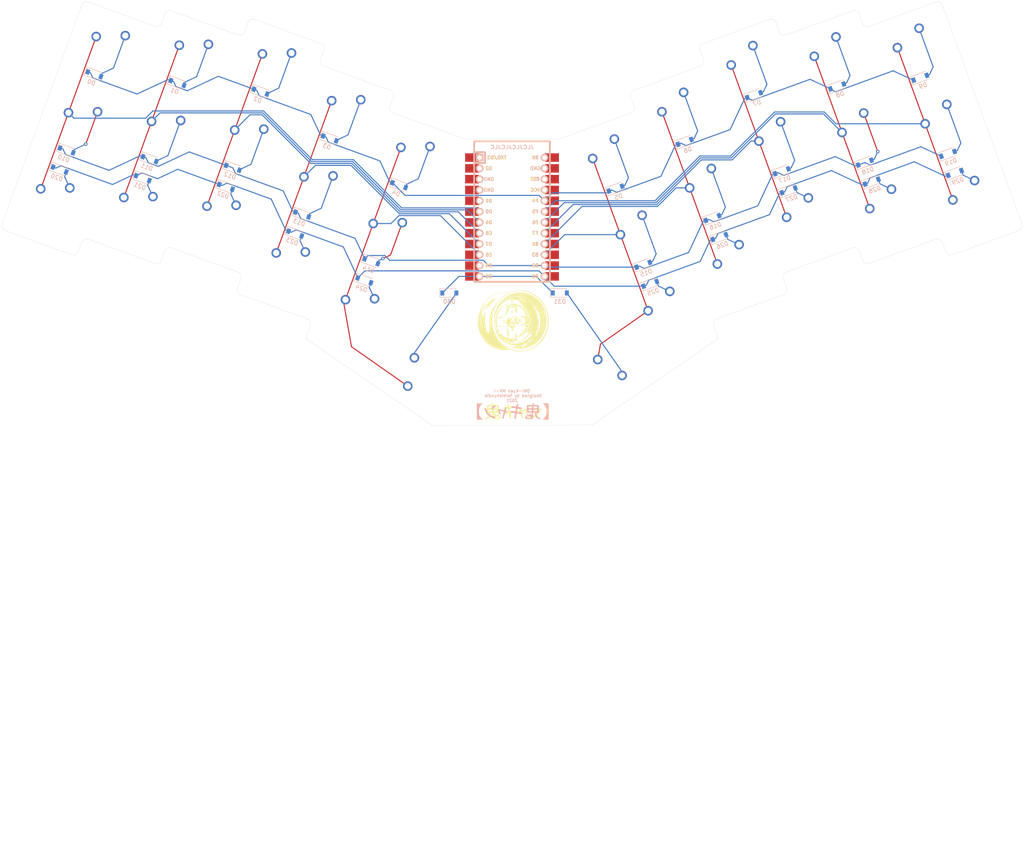
<source format=kicad_pcb>
(kicad_pcb (version 20171130) (host pcbnew "(5.1.4)-1")
  (layers (0 F.Cu signal) (31 B.Cu signal) (34 B.Paste user) (35 F.Paste user) (36 B.SilkS user) (37 F.SilkS user) (38 B.Mask user) (39 F.Mask user) (44 Edge.Cuts user))
  (net 0 "")
  (net 1 ROW0)
  (net 2 "Net-(D0-Pad2)")
  (net 3 "Net-(D1-Pad2)")
  (net 4 "Net-(D2-Pad2)")
  (net 5 "Net-(D3-Pad2)")
  (net 6 "Net-(D4-Pad2)")
  (net 7 "Net-(D5-Pad2)")
  (net 8 "Net-(D6-Pad2)")
  (net 9 "Net-(D7-Pad2)")
  (net 10 "Net-(D8-Pad2)")
  (net 11 "Net-(D9-Pad2)")
  (net 12 ROW1)
  (net 13 "Net-(D10-Pad2)")
  (net 14 "Net-(D11-Pad2)")
  (net 15 "Net-(D12-Pad2)")
  (net 16 "Net-(D13-Pad2)")
  (net 17 "Net-(D14-Pad2)")
  (net 18 "Net-(D15-Pad2)")
  (net 19 "Net-(D16-Pad2)")
  (net 20 "Net-(D17-Pad2)")
  (net 21 "Net-(D18-Pad2)")
  (net 22 "Net-(D19-Pad2)")
  (net 23 ROW2)
  (net 24 "Net-(D20-Pad2)")
  (net 25 "Net-(D21-Pad2)")
  (net 26 "Net-(D22-Pad2)")
  (net 27 "Net-(D23-Pad2)")
  (net 28 "Net-(D24-Pad2)")
  (net 29 "Net-(D25-Pad2)")
  (net 30 "Net-(D26-Pad2)")
  (net 31 "Net-(D27-Pad2)")
  (net 32 "Net-(D28-Pad2)")
  (net 33 "Net-(D29-Pad2)")
  (net 34 "Net-(D30-Pad2)")
  (net 35 COL0)
  (net 36 COL1)
  (net 37 COL2)
  (net 38 COL3)
  (net 39 COL4)
  (net 40 COL5)
  (net 41 COL6)
  (net 42 COL7)
  (net 43 COL8)
  (net 44 COL9)
  (net 45 "Net-(U0-Pad24)")
  (net 46 "Net-(U0-Pad23)")
  (net 47 "Net-(U0-Pad22)")
  (net 48 "Net-(U0-Pad21)")
  (net 49 "Net-(U0-Pad11)")
  (net 50 "Net-(U0-Pad5)")
  (net 51 "Net-(U0-Pad4)")
  (net 52 "Net-(U0-Pad3)")
  (net 53 "Net-(U0-Pad2)")
  (net 54 "Net-(U0-Pad1)")
  (net 55 ROW3)
  (net 56 "Net-(D31-Pad2)")
  (module OniKyan-SS:MkII (layer F.Cu) (at 142.8756 110)
    (fp_text reference SS0 hide)
    (fp_text value "MKII SS" hide)
  )
  (module MX_Only:MXOnly-1.25U-NoLED (layer F.Cu) (at 163.116309 123.825521 305)
    (fp_text reference MX31)
    (fp_text value MX-NoLED)
    (pad 2 thru_hole circle (at 2.54 -5.08 305) (size 2.25 2.25) (drill 1.47) (layers *.Cu B.Mask) (net 56 "Net-(D31-Pad2)"))
    (pad "" np_thru_hole circle (at 0 0 305) (size 3.9878 3.9878) (drill 3.9878) (layers *.Cu *.Mask))
    (pad 1 thru_hole circle (at -3.81 -2.54 305) (size 2.25 2.25) (drill 1.47) (layers *.Cu B.Mask) (net 40 COL5))
    (pad "" np_thru_hole circle (at -5.08 0 353.0996) (size 1.75 1.75) (drill 1.75) (layers *.Cu *.Mask))
    (pad "" np_thru_hole circle (at 5.08 0 353.0996) (size 1.75 1.75) (drill 1.75) (layers *.Cu *.Mask))
  )
  (module MX_Only:MXOnly-1.25U-NoLED (layer F.Cu) (at 122.634891 123.82552 55)
    (fp_text reference MX30)
    (fp_text value MX-NoLED)
    (pad "" np_thru_hole circle (at 5.08 0 103.0996) (size 1.75 1.75) (drill 1.75) (layers *.Cu *.Mask))
    (pad "" np_thru_hole circle (at -5.08 0 103.0996) (size 1.75 1.75) (drill 1.75) (layers *.Cu *.Mask))
    (pad 1 thru_hole circle (at -3.81 -2.54 55) (size 2.25 2.25) (drill 1.47) (layers *.Cu B.Mask) (net 39 COL4))
    (pad "" np_thru_hole circle (at 0 0 55) (size 3.9878 3.9878) (drill 3.9878) (layers *.Cu *.Mask))
    (pad 2 thru_hole circle (at 2.54 -5.08 55) (size 2.25 2.25) (drill 1.47) (layers *.Cu B.Mask) (net 34 "Net-(D30-Pad2)"))
  )
  (module MX_Only:MXOnly-1U-NoLED (layer F.Cu) (at 106.447949 108.8609 340)
    (fp_text reference MX24)
    (fp_text value MX-NoLED)
    (pad "" np_thru_hole circle (at 5.08 0 28.0996) (size 1.75 1.75) (drill 1.75) (layers *.Cu *.Mask))
    (pad "" np_thru_hole circle (at -5.08 0 28.0996) (size 1.75 1.75) (drill 1.75) (layers *.Cu *.Mask))
    (pad 1 thru_hole circle (at -3.81 -2.54 340) (size 2.25 2.25) (drill 1.47) (layers *.Cu B.Mask) (net 39 COL4))
    (pad "" np_thru_hole circle (at 0 0 340) (size 3.9878 3.9878) (drill 3.9878) (layers *.Cu *.Mask))
    (pad 2 thru_hole circle (at 2.54 -5.08 340) (size 2.25 2.25) (drill 1.47) (layers *.Cu B.Mask) (net 28 "Net-(D24-Pad2)"))
  )
  (module Keebio-Parts:Elite-C-castellated-24pin-holes (layer F.Cu) (at 142.8756 85.725362 270)
    (fp_text reference U0 hide)
    (fp_text value ProMicro hide)
    (fp_text user ST (at -8.91 -5.04) (layer B.SilkS) (effects (font (size 0.8 0.8)) (justify mirror)))
    (fp_text user TX0/D3 (at -13.97 3.571872) (layer F.SilkS) (effects (font (size 0.8 0.8))))
    (fp_text user TX0/D3 (at -13.97 3.571872) (layer B.SilkS) (effects (font (size 0.8 0.8)) (justify mirror)))
    (fp_text user D2 (at -11.43 5.461) (layer F.SilkS) (effects (font (size 0.8 0.8))))
    (fp_text user D0 (at -1.27 5.461) (layer F.SilkS) (effects (font (size 0.8 0.8))))
    (fp_text user D1 (at -3.81 5.461) (layer F.SilkS) (effects (font (size 0.8 0.8))))
    (fp_text user GND (at -6.35 5.461) (layer F.SilkS) (effects (font (size 0.8 0.8))))
    (fp_text user GND (at -8.89 5.461) (layer F.SilkS) (effects (font (size 0.8 0.8))))
    (fp_text user D4 (at 1.27 5.461) (layer F.SilkS) (effects (font (size 0.8 0.8))))
    (fp_text user C6 (at 3.81 5.461) (layer F.SilkS) (effects (font (size 0.8 0.8))))
    (fp_text user D7 (at 6.35 5.461) (layer F.SilkS) (effects (font (size 0.8 0.8))))
    (fp_text user E6 (at 8.89 5.461) (layer F.SilkS) (effects (font (size 0.8 0.8))))
    (fp_text user B4 (at 11.43 5.461) (layer F.SilkS) (effects (font (size 0.8 0.8))))
    (fp_text user B2 (at 11.43 -5.461) (layer B.SilkS) (effects (font (size 0.8 0.8)) (justify mirror)))
    (fp_text user B3 (at 8.89 -5.461) (layer F.SilkS) (effects (font (size 0.8 0.8))))
    (fp_text user B1 (at 6.35 -5.461) (layer F.SilkS) (effects (font (size 0.8 0.8))))
    (fp_text user F7 (at 3.81 -5.461) (layer B.SilkS) (effects (font (size 0.8 0.8)) (justify mirror)))
    (fp_text user F6 (at 1.27 -5.461) (layer B.SilkS) (effects (font (size 0.8 0.8)) (justify mirror)))
    (fp_text user F5 (at -1.27 -5.461) (layer B.SilkS) (effects (font (size 0.8 0.8)) (justify mirror)))
    (fp_text user F4 (at -3.81 -5.461) (layer F.SilkS) (effects (font (size 0.8 0.8))))
    (fp_text user VCC (at -6.35 -5.461) (layer F.SilkS) (effects (font (size 0.8 0.8))))
    (fp_text user ST (at -8.92 -5.73312) (layer F.SilkS) (effects (font (size 0.8 0.8))))
    (fp_text user GND (at -11.43 -5.461) (layer F.SilkS) (effects (font (size 0.8 0.8))))
    (fp_text user B0 (at -13.97 -5.461) (layer F.SilkS) (effects (font (size 0.8 0.8))))
    (fp_text user B0 (at -13.97 -5.461) (layer B.SilkS) (effects (font (size 0.8 0.8)) (justify mirror)))
    (fp_text user GND (at -11.43 -5.461) (layer B.SilkS) (effects (font (size 0.8 0.8)) (justify mirror)))
    (fp_text user VCC (at -6.35 -5.461) (layer B.SilkS) (effects (font (size 0.8 0.8)) (justify mirror)))
    (fp_text user F4 (at -3.81 -5.461) (layer B.SilkS) (effects (font (size 0.8 0.8)) (justify mirror)))
    (fp_text user F5 (at -1.27 -5.461) (layer F.SilkS) (effects (font (size 0.8 0.8))))
    (fp_text user F6 (at 1.27 -5.461) (layer F.SilkS) (effects (font (size 0.8 0.8))))
    (fp_text user F7 (at 3.81 -5.461) (layer F.SilkS) (effects (font (size 0.8 0.8))))
    (fp_text user B1 (at 6.35 -5.461) (layer B.SilkS) (effects (font (size 0.8 0.8)) (justify mirror)))
    (fp_text user B3 (at 8.89 -5.461) (layer B.SilkS) (effects (font (size 0.8 0.8)) (justify mirror)))
    (fp_text user B2 (at 11.43 -5.461) (layer F.SilkS) (effects (font (size 0.8 0.8))))
    (fp_text user B4 (at 11.43 5.461) (layer B.SilkS) (effects (font (size 0.8 0.8)) (justify mirror)))
    (fp_text user E6 (at 8.89 5.461) (layer B.SilkS) (effects (font (size 0.8 0.8)) (justify mirror)))
    (fp_text user D7 (at 6.35 5.461) (layer B.SilkS) (effects (font (size 0.8 0.8)) (justify mirror)))
    (fp_text user C6 (at 3.81 5.461) (layer B.SilkS) (effects (font (size 0.8 0.8)) (justify mirror)))
    (fp_text user D4 (at 1.27 5.461) (layer B.SilkS) (effects (font (size 0.8 0.8)) (justify mirror)))
    (fp_text user GND (at -8.89 5.461) (layer B.SilkS) (effects (font (size 0.8 0.8)) (justify mirror)))
    (fp_text user GND (at -6.35 5.461) (layer B.SilkS) (effects (font (size 0.8 0.8)) (justify mirror)))
    (fp_text user D1 (at -3.81 5.461) (layer B.SilkS) (effects (font (size 0.8 0.8)) (justify mirror)))
    (fp_text user D0 (at -1.27 5.461) (layer B.SilkS) (effects (font (size 0.8 0.8)) (justify mirror)))
    (fp_text user D2 (at -11.43 5.461) (layer B.SilkS) (effects (font (size 0.8 0.8)) (justify mirror)))
    (fp_text user B6 (at 13.97 -5.461) (layer F.SilkS) (effects (font (size 0.8 0.8))))
    (fp_text user B6 (at 13.97 -5.460998) (layer B.SilkS) (effects (font (size 0.8 0.8)) (justify mirror)))
    (fp_text user B5 (at 13.97 5.461) (layer B.SilkS) (effects (font (size 0.8 0.8)) (justify mirror)))
    (fp_text user B5 (at 13.97 5.461) (layer F.SilkS) (effects (font (size 0.8 0.8))))
    (pad 24 smd rect (at -13.97 -9.398 270) (size 2 3.25) (layers F.Cu F.Paste F.Mask) (net 45 "Net-(U0-Pad24)"))
    (pad 23 smd rect (at -11.43 -9.398 270) (size 2 3.25) (layers F.Cu F.Paste F.Mask) (net 46 "Net-(U0-Pad23)"))
    (pad 22 smd rect (at -8.89 -9.398 270) (size 2 3.25) (layers F.Cu F.Paste F.Mask) (net 47 "Net-(U0-Pad22)"))
    (pad 21 smd rect (at -6.35 -9.398 270) (size 2 3.25) (layers F.Cu F.Paste F.Mask) (net 48 "Net-(U0-Pad21)"))
    (pad 20 smd rect (at -3.81 -9.398 270) (size 2 3.25) (layers F.Cu F.Paste F.Mask) (net 1 ROW0))
    (pad 19 smd rect (at -1.27 -9.398 270) (size 2 3.25) (layers F.Cu F.Paste F.Mask) (net 44 COL9))
    (pad 18 smd rect (at 1.27 -9.398 270) (size 2 3.25) (layers F.Cu F.Paste F.Mask) (net 43 COL8))
    (pad 17 smd rect (at 3.81 -9.398 270) (size 2 3.25) (layers F.Cu F.Paste F.Mask) (net 42 COL7))
    (pad 16 smd rect (at 6.35 -9.398 270) (size 2 3.25) (layers F.Cu F.Paste F.Mask) (net 41 COL6))
    (pad 15 smd rect (at 8.89 -9.398 270) (size 2 3.25) (layers F.Cu F.Paste F.Mask) (net 40 COL5))
    (pad 14 smd rect (at 11.43 -9.398 270) (size 2 3.25) (layers F.Cu F.Paste F.Mask) (net 12 ROW1))
    (pad 13 smd rect (at 13.97 -9.398 270) (size 2 3.25) (layers F.Cu F.Paste F.Mask) (net 23 ROW2))
    (pad 12 smd rect (at 13.97 9.398 270) (size 2 3.25) (layers F.Cu F.Paste F.Mask) (net 55 ROW3))
    (pad 11 smd rect (at 11.43 9.398 270) (size 2 3.25) (layers F.Cu F.Paste F.Mask) (net 49 "Net-(U0-Pad11)"))
    (pad 10 smd rect (at 8.89 9.398 270) (size 2 3.25) (layers F.Cu F.Paste F.Mask) (net 39 COL4))
    (pad 9 smd rect (at 6.35 9.398 270) (size 2 3.25) (layers F.Cu F.Paste F.Mask) (net 38 COL3))
    (pad 8 smd rect (at 3.81 9.398 270) (size 2 3.25) (layers F.Cu F.Paste F.Mask) (net 37 COL2))
    (pad 7 smd rect (at 1.27 9.398 270) (size 2 3.25) (layers F.Cu F.Paste F.Mask) (net 36 COL1))
    (pad 6 smd rect (at -1.27 9.398 270) (size 2 3.25) (layers F.Cu F.Paste F.Mask) (net 35 COL0))
    (pad 5 smd rect (at -3.81 9.398 270) (size 2 3.25) (layers F.Cu F.Paste F.Mask) (net 50 "Net-(U0-Pad5)"))
    (pad 4 smd rect (at -6.35 9.398 270) (size 2 3.25) (layers F.Cu F.Paste F.Mask) (net 51 "Net-(U0-Pad4)"))
    (pad 3 smd rect (at -8.89 9.398 270) (size 2 3.25) (layers F.Cu F.Paste F.Mask) (net 52 "Net-(U0-Pad3)"))
    (pad 2 smd rect (at -11.43 9.398 270) (size 2 3.25) (layers F.Cu F.Paste F.Mask) (net 53 "Net-(U0-Pad2)"))
    (pad 1 smd rect (at -13.97 9.398 270) (size 2 3.25) (layers F.Cu F.Paste F.Mask) (net 54 "Net-(U0-Pad1)"))
    (pad 24 thru_hole circle (at -13.97 -7.62 270) (size 1.7526 1.7526) (drill 1.0922) (layers *.Cu *.SilkS *.Mask) (net 45 "Net-(U0-Pad24)"))
    (pad 12 thru_hole circle (at 13.97 7.62 270) (size 1.7526 1.7526) (drill 1.0922) (layers *.Cu *.SilkS *.Mask) (net 55 ROW3))
    (pad 23 thru_hole circle (at -11.43 -7.62 270) (size 1.7526 1.7526) (drill 1.0922) (layers *.Cu *.SilkS *.Mask) (net 46 "Net-(U0-Pad23)"))
    (pad 22 thru_hole circle (at -8.89 -7.62 270) (size 1.7526 1.7526) (drill 1.0922) (layers *.Cu *.SilkS *.Mask) (net 47 "Net-(U0-Pad22)"))
    (pad 21 thru_hole circle (at -6.35 -7.62 270) (size 1.7526 1.7526) (drill 1.0922) (layers *.Cu *.SilkS *.Mask) (net 48 "Net-(U0-Pad21)"))
    (pad 20 thru_hole circle (at -3.81 -7.62 270) (size 1.7526 1.7526) (drill 1.0922) (layers *.Cu *.SilkS *.Mask) (net 1 ROW0))
    (pad 19 thru_hole circle (at -1.27 -7.62 270) (size 1.7526 1.7526) (drill 1.0922) (layers *.Cu *.SilkS *.Mask) (net 44 COL9))
    (pad 18 thru_hole circle (at 1.27 -7.62 270) (size 1.7526 1.7526) (drill 1.0922) (layers *.Cu *.SilkS *.Mask) (net 43 COL8))
    (pad 17 thru_hole circle (at 3.81 -7.62 270) (size 1.7526 1.7526) (drill 1.0922) (layers *.Cu *.SilkS *.Mask) (net 42 COL7))
    (pad 16 thru_hole circle (at 6.35 -7.62 270) (size 1.7526 1.7526) (drill 1.0922) (layers *.Cu *.SilkS *.Mask) (net 41 COL6))
    (pad 15 thru_hole circle (at 8.89 -7.62 270) (size 1.7526 1.7526) (drill 1.0922) (layers *.Cu *.SilkS *.Mask) (net 40 COL5))
    (pad 14 thru_hole circle (at 11.43 -7.62 270) (size 1.7526 1.7526) (drill 1.0922) (layers *.Cu *.SilkS *.Mask) (net 12 ROW1))
    (pad 13 thru_hole circle (at 13.97 -7.62 270) (size 1.7526 1.7526) (drill 1.0922) (layers *.Cu *.SilkS *.Mask) (net 23 ROW2))
    (pad 11 thru_hole circle (at 11.43 7.62 270) (size 1.7526 1.7526) (drill 1.0922) (layers *.Cu *.SilkS *.Mask) (net 49 "Net-(U0-Pad11)"))
    (pad 10 thru_hole circle (at 8.89 7.62 270) (size 1.7526 1.7526) (drill 1.0922) (layers *.Cu *.SilkS *.Mask) (net 39 COL4))
    (pad 9 thru_hole circle (at 6.35 7.62 270) (size 1.7526 1.7526) (drill 1.0922) (layers *.Cu *.SilkS *.Mask) (net 38 COL3))
    (pad 8 thru_hole circle (at 3.81 7.62 270) (size 1.7526 1.7526) (drill 1.0922) (layers *.Cu *.SilkS *.Mask) (net 37 COL2))
    (pad 7 thru_hole circle (at 1.27 7.62 270) (size 1.7526 1.7526) (drill 1.0922) (layers *.Cu *.SilkS *.Mask) (net 36 COL1))
    (pad 6 thru_hole circle (at -1.27 7.62 270) (size 1.7526 1.7526) (drill 1.0922) (layers *.Cu *.SilkS *.Mask) (net 35 COL0))
    (pad 5 thru_hole circle (at -3.81 7.62 270) (size 1.7526 1.7526) (drill 1.0922) (layers *.Cu *.SilkS *.Mask) (net 50 "Net-(U0-Pad5)"))
    (pad 4 thru_hole circle (at -6.35 7.62 270) (size 1.7526 1.7526) (drill 1.0922) (layers *.Cu *.SilkS *.Mask) (net 51 "Net-(U0-Pad4)"))
    (pad 3 thru_hole circle (at -8.89 7.62 270) (size 1.7526 1.7526) (drill 1.0922) (layers *.Cu *.SilkS *.Mask) (net 52 "Net-(U0-Pad3)"))
    (pad 2 thru_hole circle (at -11.43 7.62 270) (size 1.7526 1.7526) (drill 1.0922) (layers *.Cu *.SilkS *.Mask) (net 53 "Net-(U0-Pad2)"))
    (pad 1 thru_hole rect (at -13.97 7.62 270) (size 1.7526 1.7526) (drill 1.0922) (layers *.Cu *.SilkS *.Mask) (net 54 "Net-(U0-Pad1)"))
  )
  (module OniKyan-SS:OniKyan_SS (layer F.Cu) (at 141.5 130.825519)
    (fp_text reference SS1 hide)
    (fp_text value "ONI-Kyan Logo Front" hide)
  )
  (module OniKyan-SS:OniKyan_SS (layer B.Cu) (at 144.600001 130.825519 180)
    (fp_text reference SS2 hide)
    (fp_text value "ONI-Kyan Logo Back" hide)
  )
  (module "" (layer F.Cu) (at 137.988967 84.863715 340)
    (fp_text reference "" (at 154.11 103.59 160) (layer F.SilkS) (effects (font (size 1.27 1.27))))
    (fp_text value "" (at 154.11 103.59 160) (layer F.SilkS) (effects (font (size 1.27 1.27))))
  )
  (module random-keyboard-parts:D_SOD-123-Pretty (layer B.Cu) (at 154.109998 103.589999)
    (fp_text reference D31 (at 0 2) (layer B.SilkS) (effects (justify mirror)))
    (fp_text value D_Small)
    (pad 1 smd rect (at -1.65 0) (size 0.9 1.2) (layers B.Cu B.Paste B.Mask) (net 55 ROW3))
    (pad 2 smd rect (at 1.65 0) (size 0.9 1.2) (layers B.Cu B.Paste B.Mask) (net 56 "Net-(D31-Pad2)"))
  )
  (module random-keyboard-parts:D_SOD-123-Pretty (layer B.Cu) (at 128.15 103.6)
    (fp_text reference D30 (at 0 2) (layer B.SilkS) (effects (justify mirror)))
    (fp_text value D_Small)
    (pad 2 smd rect (at 1.65 0) (size 0.9 1.2) (layers B.Cu B.Paste B.Mask) (net 34 "Net-(D30-Pad2)"))
    (pad 1 smd rect (at -1.65 0) (size 0.9 1.2) (layers B.Cu B.Paste B.Mask) (net 55 ROW3))
  )
  (module random-keyboard-parts:D_SOD-123-Pretty (layer B.Cu) (at 246.938765 75.374291 20)
    (fp_text reference D29 (at 0 2 20) (layer B.SilkS) (effects (justify mirror)))
    (fp_text value D_Small)
    (pad 1 smd rect (at -1.65 0 20) (size 0.9 1.2) (layers B.Cu B.Paste B.Mask) (net 23 ROW2))
    (pad 2 smd rect (at 1.65 0 20) (size 0.9 1.2) (layers B.Cu B.Paste B.Mask) (net 33 "Net-(D29-Pad2)"))
  )
  (module random-keyboard-parts:D_SOD-123-Pretty (layer B.Cu) (at 227.408668 77.414496 20)
    (fp_text reference D28 (at 0 2 20) (layer B.SilkS) (effects (justify mirror)))
    (fp_text value D_Small)
    (pad 1 smd rect (at -1.65 0 20) (size 0.9 1.2) (layers B.Cu B.Paste B.Mask) (net 23 ROW2))
    (pad 2 smd rect (at 1.65 0 20) (size 0.9 1.2) (layers B.Cu B.Paste B.Mask) (net 32 "Net-(D28-Pad2)"))
  )
  (module random-keyboard-parts:D_SOD-123-Pretty (layer B.Cu) (at 207.878574 79.454702 20)
    (fp_text reference D27 (at 0 2 20) (layer B.SilkS) (effects (justify mirror)))
    (fp_text value D_Small)
    (pad 1 smd rect (at -1.65 0 20) (size 0.9 1.2) (layers B.Cu B.Paste B.Mask) (net 23 ROW2))
    (pad 2 smd rect (at 1.65 0 20) (size 0.9 1.2) (layers B.Cu B.Paste B.Mask) (net 31 "Net-(D27-Pad2)"))
  )
  (module random-keyboard-parts:D_SOD-123-Pretty (layer B.Cu) (at 191.60623 90.445519 20)
    (fp_text reference D26 (at 0 2 20) (layer B.SilkS) (effects (justify mirror)))
    (fp_text value D_Small)
    (pad 1 smd rect (at -1.65 0 20) (size 0.9 1.2) (layers B.Cu B.Paste B.Mask) (net 23 ROW2))
    (pad 2 smd rect (at 1.65 0 20) (size 0.9 1.2) (layers B.Cu B.Paste B.Mask) (net 30 "Net-(D26-Pad2)"))
  )
  (module random-keyboard-parts:D_SOD-123-Pretty (layer B.Cu) (at 175.333887 101.436335 20)
    (fp_text reference D25 (at 0 2 200) (layer B.SilkS) (effects (justify mirror)))
    (fp_text value D_Small)
    (pad 1 smd rect (at -1.65 0 20) (size 0.9 1.2) (layers B.Cu B.Paste B.Mask) (net 23 ROW2))
    (pad 2 smd rect (at 1.65 0 20) (size 0.9 1.2) (layers B.Cu B.Paste B.Mask) (net 29 "Net-(D25-Pad2)"))
  )
  (module random-keyboard-parts:D_SOD-123-Pretty (layer B.Cu) (at 108.179661 100.621897 340)
    (fp_text reference D24 (at 0 2 160) (layer B.SilkS) (effects (justify mirror)))
    (fp_text value D_Small)
    (pad 2 smd rect (at 1.65 0 340) (size 0.9 1.2) (layers B.Cu B.Paste B.Mask) (net 28 "Net-(D24-Pad2)"))
    (pad 1 smd rect (at -1.65 0 340) (size 0.9 1.2) (layers B.Cu B.Paste B.Mask) (net 23 ROW2))
  )
  (module random-keyboard-parts:D_SOD-123-Pretty (layer B.Cu) (at 91.907319 89.63108 340)
    (fp_text reference D23 (at 0 2 160) (layer B.SilkS) (effects (justify mirror)))
    (fp_text value D_Small)
    (pad 2 smd rect (at 1.65 0 340) (size 0.9 1.2) (layers B.Cu B.Paste B.Mask) (net 27 "Net-(D23-Pad2)"))
    (pad 1 smd rect (at -1.65 0 340) (size 0.9 1.2) (layers B.Cu B.Paste B.Mask) (net 23 ROW2))
  )
  (module random-keyboard-parts:D_SOD-123-Pretty (layer B.Cu) (at 75.634976 78.640264 340)
    (fp_text reference D22 (at 0 2 160) (layer B.SilkS) (effects (justify mirror)))
    (fp_text value D_Small)
    (pad 2 smd rect (at 1.65 0 340) (size 0.9 1.2) (layers B.Cu B.Paste B.Mask) (net 26 "Net-(D22-Pad2)"))
    (pad 1 smd rect (at -1.65 0 340) (size 0.9 1.2) (layers B.Cu B.Paste B.Mask) (net 23 ROW2))
  )
  (module random-keyboard-parts:D_SOD-123-Pretty (layer B.Cu) (at 56.104879 76.600058 340)
    (fp_text reference D21 (at 0 2 160) (layer B.SilkS) (effects (justify mirror)))
    (fp_text value D_Small)
    (pad 2 smd rect (at 1.65 0 340) (size 0.9 1.2) (layers B.Cu B.Paste B.Mask) (net 25 "Net-(D21-Pad2)"))
    (pad 1 smd rect (at -1.65 0 340) (size 0.9 1.2) (layers B.Cu B.Paste B.Mask) (net 23 ROW2))
  )
  (module random-keyboard-parts:D_SOD-123-Pretty (layer B.Cu) (at 36.574782 74.559852 340)
    (fp_text reference D20 (at 0 2 160) (layer B.SilkS) (effects (justify mirror)))
    (fp_text value D_Small)
    (pad 2 smd rect (at 1.65 0 340) (size 0.9 1.2) (layers B.Cu B.Paste B.Mask) (net 24 "Net-(D20-Pad2)"))
    (pad 1 smd rect (at -1.65 0 340) (size 0.9 1.2) (layers B.Cu B.Paste B.Mask) (net 23 ROW2))
  )
  (module random-keyboard-parts:D_SOD-123-Pretty (layer B.Cu) (at 245.309889 70.898985 20)
    (fp_text reference D19 (at 0 2 200) (layer B.SilkS) (effects (justify mirror)))
    (fp_text value D_Small)
    (pad 1 smd rect (at -1.65 0 20) (size 0.9 1.2) (layers B.Cu B.Paste B.Mask) (net 12 ROW1))
    (pad 2 smd rect (at 1.65 0 20) (size 0.9 1.2) (layers B.Cu B.Paste B.Mask) (net 22 "Net-(D19-Pad2)"))
  )
  (module random-keyboard-parts:D_SOD-123-Pretty (layer B.Cu) (at 225.77979 72.939192 20)
    (fp_text reference D18 (at 0 2 20) (layer B.SilkS) (effects (justify mirror)))
    (fp_text value D_Small)
    (pad 1 smd rect (at -1.65 0 20) (size 0.9 1.2) (layers B.Cu B.Paste B.Mask) (net 12 ROW1))
    (pad 2 smd rect (at 1.65 0 20) (size 0.9 1.2) (layers B.Cu B.Paste B.Mask) (net 21 "Net-(D18-Pad2)"))
  )
  (module random-keyboard-parts:D_SOD-123-Pretty (layer B.Cu) (at 206.249692 74.979397 20)
    (fp_text reference D17 (at 0 2 20) (layer B.SilkS) (effects (justify mirror)))
    (fp_text value D_Small)
    (pad 1 smd rect (at -1.65 0 20) (size 0.9 1.2) (layers B.Cu B.Paste B.Mask) (net 12 ROW1))
    (pad 2 smd rect (at 1.65 0 20) (size 0.9 1.2) (layers B.Cu B.Paste B.Mask) (net 20 "Net-(D17-Pad2)"))
  )
  (module random-keyboard-parts:D_SOD-123-Pretty (layer B.Cu) (at 189.977353 85.970215 20)
    (fp_text reference D16 (at 0 2 20) (layer B.SilkS) (effects (justify mirror)))
    (fp_text value D_Small)
    (pad 1 smd rect (at -1.65 0 20) (size 0.9 1.2) (layers B.Cu B.Paste B.Mask) (net 12 ROW1))
    (pad 2 smd rect (at 1.65 0 20) (size 0.9 1.2) (layers B.Cu B.Paste B.Mask) (net 19 "Net-(D16-Pad2)"))
  )
  (module random-keyboard-parts:D_SOD-123-Pretty (layer B.Cu) (at 173.70501 96.96103 20)
    (fp_text reference D15 (at 0 2 20) (layer B.SilkS) (effects (justify mirror)))
    (fp_text value D_Small)
    (pad 1 smd rect (at -1.65 0 20) (size 0.9 1.2) (layers B.Cu B.Paste B.Mask) (net 12 ROW1))
    (pad 2 smd rect (at 1.65 0 20) (size 0.9 1.2) (layers B.Cu B.Paste B.Mask) (net 18 "Net-(D15-Pad2)"))
  )
  (module random-keyboard-parts:D_SOD-123-Pretty (layer B.Cu) (at 109.808537 96.146589 340)
    (fp_text reference D14 (at 0 2 160) (layer B.SilkS) (effects (justify mirror)))
    (fp_text value D_Small)
    (pad 2 smd rect (at 1.65 0 340) (size 0.9 1.2) (layers B.Cu B.Paste B.Mask) (net 17 "Net-(D14-Pad2)"))
    (pad 1 smd rect (at -1.65 0 340) (size 0.9 1.2) (layers B.Cu B.Paste B.Mask) (net 12 ROW1))
  )
  (module random-keyboard-parts:D_SOD-123-Pretty (layer B.Cu) (at 93.536196 85.155775 340)
    (fp_text reference D13 (at 0 2 160) (layer B.SilkS) (effects (justify mirror)))
    (fp_text value D_Small)
    (pad 2 smd rect (at 1.65 0 340) (size 0.9 1.2) (layers B.Cu B.Paste B.Mask) (net 16 "Net-(D13-Pad2)"))
    (pad 1 smd rect (at -1.65 0 340) (size 0.9 1.2) (layers B.Cu B.Paste B.Mask) (net 12 ROW1))
  )
  (module random-keyboard-parts:D_SOD-123-Pretty (layer B.Cu) (at 77.263854 74.164959 340)
    (fp_text reference D12 (at 0 2 160) (layer B.SilkS) (effects (justify mirror)))
    (fp_text value D_Small)
    (pad 2 smd rect (at 1.65 0 340) (size 0.9 1.2) (layers B.Cu B.Paste B.Mask) (net 15 "Net-(D12-Pad2)"))
    (pad 1 smd rect (at -1.65 0 340) (size 0.9 1.2) (layers B.Cu B.Paste B.Mask) (net 12 ROW1))
  )
  (module random-keyboard-parts:D_SOD-123-Pretty (layer B.Cu) (at 57.733757 72.124753 340)
    (fp_text reference D11 (at 0 2 160) (layer B.SilkS) (effects (justify mirror)))
    (fp_text value D_Small)
    (pad 2 smd rect (at 1.65 0 340) (size 0.9 1.2) (layers B.Cu B.Paste B.Mask) (net 14 "Net-(D11-Pad2)"))
    (pad 1 smd rect (at -1.65 0 340) (size 0.9 1.2) (layers B.Cu B.Paste B.Mask) (net 12 ROW1))
  )
  (module random-keyboard-parts:D_SOD-123-Pretty (layer B.Cu) (at 38.203659 70.084548 340)
    (fp_text reference D10 (at 0 2 160) (layer B.SilkS) (effects (justify mirror)))
    (fp_text value D_Small)
    (pad 2 smd rect (at 1.65 0 340) (size 0.9 1.2) (layers B.Cu B.Paste B.Mask) (net 13 "Net-(D10-Pad2)"))
    (pad 1 smd rect (at -1.65 0 340) (size 0.9 1.2) (layers B.Cu B.Paste B.Mask) (net 12 ROW1))
  )
  (module random-keyboard-parts:D_SOD-123-Pretty (layer B.Cu) (at 238.794377 52.997766 20)
    (fp_text reference D9 (at 0 2 200) (layer B.SilkS) (effects (justify mirror)))
    (fp_text value D_Small)
    (pad 1 smd rect (at -1.65 0 20) (size 0.9 1.2) (layers B.Cu B.Paste B.Mask) (net 1 ROW0))
    (pad 2 smd rect (at 1.65 0 20) (size 0.9 1.2) (layers B.Cu B.Paste B.Mask) (net 11 "Net-(D9-Pad2)"))
  )
  (module random-keyboard-parts:D_SOD-123-Pretty (layer B.Cu) (at 219.264279 55.037973 20)
    (fp_text reference D8 (at 0 2 20) (layer B.SilkS) (effects (justify mirror)))
    (fp_text value D_Small)
    (pad 1 smd rect (at -1.65 0 20) (size 0.9 1.2) (layers B.Cu B.Paste B.Mask) (net 1 ROW0))
    (pad 2 smd rect (at 1.65 0 20) (size 0.9 1.2) (layers B.Cu B.Paste B.Mask) (net 10 "Net-(D8-Pad2)"))
  )
  (module random-keyboard-parts:D_SOD-123-Pretty (layer B.Cu) (at 199.734182 57.078181 20)
    (fp_text reference D7 (at 0 2 20) (layer B.SilkS) (effects (justify mirror)))
    (fp_text value D_Small)
    (pad 1 smd rect (at -1.65 0 20) (size 0.9 1.2) (layers B.Cu B.Paste B.Mask) (net 1 ROW0))
    (pad 2 smd rect (at 1.65 0 20) (size 0.9 1.2) (layers B.Cu B.Paste B.Mask) (net 9 "Net-(D7-Pad2)"))
  )
  (module random-keyboard-parts:D_SOD-123-Pretty (layer B.Cu) (at 183.46184 68.068993 20)
    (fp_text reference D6 (at 0 2 20) (layer B.SilkS) (effects (justify mirror)))
    (fp_text value D_Small)
    (pad 1 smd rect (at -1.65 0 20) (size 0.9 1.2) (layers B.Cu B.Paste B.Mask) (net 1 ROW0))
    (pad 2 smd rect (at 1.65 0 20) (size 0.9 1.2) (layers B.Cu B.Paste B.Mask) (net 8 "Net-(D6-Pad2)"))
  )
  (module random-keyboard-parts:D_SOD-123-Pretty (layer B.Cu) (at 167.1895 79.059809 20)
    (fp_text reference D5 (at 0 2 20) (layer B.SilkS) (effects (justify mirror)))
    (fp_text value D_Small)
    (pad 1 smd rect (at -1.65 0 20) (size 0.9 1.2) (layers B.Cu B.Paste B.Mask) (net 1 ROW0))
    (pad 2 smd rect (at 1.65 0 20) (size 0.9 1.2) (layers B.Cu B.Paste B.Mask) (net 7 "Net-(D5-Pad2)"))
  )
  (module random-keyboard-parts:D_SOD-123-Pretty (layer B.Cu) (at 116.32405 78.245372 340)
    (fp_text reference D4 (at 0 2 160) (layer B.SilkS) (effects (justify mirror)))
    (fp_text value D_Small)
    (pad 2 smd rect (at 1.65 0 340) (size 0.9 1.2) (layers B.Cu B.Paste B.Mask) (net 6 "Net-(D4-Pad2)"))
    (pad 1 smd rect (at -1.65 0 340) (size 0.9 1.2) (layers B.Cu B.Paste B.Mask) (net 1 ROW0))
  )
  (module random-keyboard-parts:D_SOD-123-Pretty (layer B.Cu) (at 100.051706 67.254555 340)
    (fp_text reference D3 (at 0 2 160) (layer B.SilkS) (effects (justify mirror)))
    (fp_text value D_Small)
    (pad 2 smd rect (at 1.65 0 340) (size 0.9 1.2) (layers B.Cu B.Paste B.Mask) (net 5 "Net-(D3-Pad2)"))
    (pad 1 smd rect (at -1.65 0 340) (size 0.9 1.2) (layers B.Cu B.Paste B.Mask) (net 1 ROW0))
  )
  (module random-keyboard-parts:D_SOD-123-Pretty (layer B.Cu) (at 83.779366 56.26374 340)
    (fp_text reference D2 (at 0 2 160) (layer B.SilkS) (effects (justify mirror)))
    (fp_text value D_Small)
    (pad 2 smd rect (at 1.65 0 340) (size 0.9 1.2) (layers B.Cu B.Paste B.Mask) (net 4 "Net-(D2-Pad2)"))
    (pad 1 smd rect (at -1.65 0 340) (size 0.9 1.2) (layers B.Cu B.Paste B.Mask) (net 1 ROW0))
  )
  (module random-keyboard-parts:D_SOD-123-Pretty (layer B.Cu) (at 64.249269 54.223534 340)
    (fp_text reference D1 (at 0 2 160) (layer B.SilkS) (effects (justify mirror)))
    (fp_text value D_Small)
    (pad 2 smd rect (at 1.65 0 340) (size 0.9 1.2) (layers B.Cu B.Paste B.Mask) (net 3 "Net-(D1-Pad2)"))
    (pad 1 smd rect (at -1.65 0 340) (size 0.9 1.2) (layers B.Cu B.Paste B.Mask) (net 1 ROW0))
  )
  (module random-keyboard-parts:D_SOD-123-Pretty (layer B.Cu) (at 44.719171 52.183326 340)
    (fp_text reference D0 (at 0 2 160) (layer B.SilkS) (effects (justify mirror)))
    (fp_text value D_Small)
    (pad 2 smd rect (at 1.65 0 340) (size 0.9 1.2) (layers B.Cu B.Paste B.Mask) (net 2 "Net-(D0-Pad2)"))
    (pad 1 smd rect (at -1.65 0 340) (size 0.9 1.2) (layers B.Cu B.Paste B.Mask) (net 1 ROW0))
  )
  (module MX_Only:MXOnly-1U-NoLED (layer F.Cu) (at 179.30325 108.860899 20)
    (fp_text reference MX25)
    (fp_text value MX-NoLED)
    (pad 2 thru_hole circle (at 2.54 -5.08 20) (size 2.25 2.25) (drill 1.47) (layers *.Cu B.Mask) (net 29 "Net-(D25-Pad2)"))
    (pad "" np_thru_hole circle (at 0 0 20) (size 3.9878 3.9878) (drill 3.9878) (layers *.Cu *.Mask))
    (pad 1 thru_hole circle (at -3.81 -2.54 20) (size 2.25 2.25) (drill 1.47) (layers *.Cu B.Mask) (net 40 COL5))
    (pad "" np_thru_hole circle (at -5.08 0 68.0996) (size 1.75 1.75) (drill 1.75) (layers *.Cu *.Mask))
    (pad "" np_thru_hole circle (at 5.08 0 68.0996) (size 1.75 1.75) (drill 1.75) (layers *.Cu *.Mask))
  )
  (module MX_Only:MXOnly-1U-NoLED (layer F.Cu) (at 250.908128 82.798855 20)
    (fp_text reference MX29)
    (fp_text value MX-NoLED)
    (pad "" np_thru_hole circle (at 5.08 0 68.0996) (size 1.75 1.75) (drill 1.75) (layers *.Cu *.Mask))
    (pad "" np_thru_hole circle (at -5.08 0 68.0996) (size 1.75 1.75) (drill 1.75) (layers *.Cu *.Mask))
    (pad 1 thru_hole circle (at -3.81 -2.54 20) (size 2.25 2.25) (drill 1.47) (layers *.Cu B.Mask) (net 44 COL9))
    (pad "" np_thru_hole circle (at 0 0 20) (size 3.9878 3.9878) (drill 3.9878) (layers *.Cu *.Mask))
    (pad 2 thru_hole circle (at 2.54 -5.08 20) (size 2.25 2.25) (drill 1.47) (layers *.Cu B.Mask) (net 33 "Net-(D29-Pad2)"))
  )
  (module MX_Only:MXOnly-1U-NoLED (layer F.Cu) (at 211.847935 86.879268 20)
    (fp_text reference MX27)
    (fp_text value MX-NoLED)
    (pad "" np_thru_hole circle (at 5.08 0 68.0996) (size 1.75 1.75) (drill 1.75) (layers *.Cu *.Mask))
    (pad "" np_thru_hole circle (at -5.08 0 68.0996) (size 1.75 1.75) (drill 1.75) (layers *.Cu *.Mask))
    (pad 1 thru_hole circle (at -3.81 -2.54 20) (size 2.25 2.25) (drill 1.47) (layers *.Cu B.Mask) (net 42 COL7))
    (pad "" np_thru_hole circle (at 0 0 20) (size 3.9878 3.9878) (drill 3.9878) (layers *.Cu *.Mask))
    (pad 2 thru_hole circle (at 2.54 -5.08 20) (size 2.25 2.25) (drill 1.47) (layers *.Cu B.Mask) (net 31 "Net-(D27-Pad2)"))
  )
  (module MX_Only:MXOnly-1U-NoLED (layer F.Cu) (at 195.575591 97.870082 20)
    (fp_text reference MX26)
    (fp_text value MX-NoLED)
    (pad "" np_thru_hole circle (at 5.08 0 68.0996) (size 1.75 1.75) (drill 1.75) (layers *.Cu *.Mask))
    (pad "" np_thru_hole circle (at -5.08 0 68.0996) (size 1.75 1.75) (drill 1.75) (layers *.Cu *.Mask))
    (pad 1 thru_hole circle (at -3.81 -2.54 20) (size 2.25 2.25) (drill 1.47) (layers *.Cu B.Mask) (net 41 COL6))
    (pad "" np_thru_hole circle (at 0 0 20) (size 3.9878 3.9878) (drill 3.9878) (layers *.Cu *.Mask))
    (pad 2 thru_hole circle (at 2.54 -5.08 20) (size 2.25 2.25) (drill 1.47) (layers *.Cu B.Mask) (net 30 "Net-(D26-Pad2)"))
  )
  (module MX_Only:MXOnly-1U-NoLED (layer F.Cu) (at 231.378031 84.839061 20)
    (fp_text reference MX28)
    (fp_text value MX-NoLED)
    (pad "" np_thru_hole circle (at 5.08 0 68.0996) (size 1.75 1.75) (drill 1.75) (layers *.Cu *.Mask))
    (pad "" np_thru_hole circle (at -5.08 0 68.0996) (size 1.75 1.75) (drill 1.75) (layers *.Cu *.Mask))
    (pad 1 thru_hole circle (at -3.81 -2.54 20) (size 2.25 2.25) (drill 1.47) (layers *.Cu B.Mask) (net 43 COL8))
    (pad "" np_thru_hole circle (at 0 0 20) (size 3.9878 3.9878) (drill 3.9878) (layers *.Cu *.Mask))
    (pad 2 thru_hole circle (at 2.54 -5.08 20) (size 2.25 2.25) (drill 1.47) (layers *.Cu B.Mask) (net 32 "Net-(D28-Pad2)"))
  )
  (module MX_Only:MXOnly-1U-NoLED (layer F.Cu) (at 224.86252 66.937841 20)
    (fp_text reference MX18)
    (fp_text value MX-NoLED)
    (pad "" np_thru_hole circle (at 5.08 0 68.0996) (size 1.75 1.75) (drill 1.75) (layers *.Cu *.Mask))
    (pad "" np_thru_hole circle (at -5.08 0 68.0996) (size 1.75 1.75) (drill 1.75) (layers *.Cu *.Mask))
    (pad 1 thru_hole circle (at -3.81 -2.54 20) (size 2.25 2.25) (drill 1.47) (layers *.Cu B.Mask) (net 43 COL8))
    (pad "" np_thru_hole circle (at 0 0 20) (size 3.9878 3.9878) (drill 3.9878) (layers *.Cu *.Mask))
    (pad 2 thru_hole circle (at 2.54 -5.08 20) (size 2.25 2.25) (drill 1.47) (layers *.Cu B.Mask) (net 21 "Net-(D18-Pad2)"))
  )
  (module MX_Only:MXOnly-1U-NoLED (layer F.Cu) (at 244.392618 64.897635 20)
    (fp_text reference MX19)
    (fp_text value MX-NoLED)
    (pad "" np_thru_hole circle (at 5.08 0 68.0996) (size 1.75 1.75) (drill 1.75) (layers *.Cu *.Mask))
    (pad "" np_thru_hole circle (at -5.08 0 68.0996) (size 1.75 1.75) (drill 1.75) (layers *.Cu *.Mask))
    (pad 1 thru_hole circle (at -3.81 -2.54 20) (size 2.25 2.25) (drill 1.47) (layers *.Cu B.Mask) (net 44 COL9))
    (pad "" np_thru_hole circle (at 0 0 20) (size 3.9878 3.9878) (drill 3.9878) (layers *.Cu *.Mask))
    (pad 2 thru_hole circle (at 2.54 -5.08 20) (size 2.25 2.25) (drill 1.47) (layers *.Cu B.Mask) (net 22 "Net-(D19-Pad2)"))
  )
  (module MX_Only:MXOnly-1U-NoLED (layer F.Cu) (at 182.544569 62.067644 20)
    (fp_text reference MX6)
    (fp_text value MX-NoLED)
    (pad "" np_thru_hole circle (at 5.08 0 68.0996) (size 1.75 1.75) (drill 1.75) (layers *.Cu *.Mask))
    (pad "" np_thru_hole circle (at -5.08 0 68.0996) (size 1.75 1.75) (drill 1.75) (layers *.Cu *.Mask))
    (pad 1 thru_hole circle (at -3.81 -2.54 20) (size 2.25 2.25) (drill 1.47) (layers *.Cu B.Mask) (net 41 COL6))
    (pad "" np_thru_hole circle (at 0 0 20) (size 3.9878 3.9878) (drill 3.9878) (layers *.Cu *.Mask))
    (pad 2 thru_hole circle (at 2.54 -5.08 20) (size 2.25 2.25) (drill 1.47) (layers *.Cu B.Mask) (net 8 "Net-(D6-Pad2)"))
  )
  (module MX_Only:MXOnly-1U-NoLED (layer F.Cu) (at 189.060081 79.968863 20)
    (fp_text reference MX16)
    (fp_text value MX-NoLED)
    (pad "" np_thru_hole circle (at 5.08 0 68.0996) (size 1.75 1.75) (drill 1.75) (layers *.Cu *.Mask))
    (pad "" np_thru_hole circle (at -5.08 0 68.0996) (size 1.75 1.75) (drill 1.75) (layers *.Cu *.Mask))
    (pad 1 thru_hole circle (at -3.81 -2.54 20) (size 2.25 2.25) (drill 1.47) (layers *.Cu B.Mask) (net 41 COL6))
    (pad "" np_thru_hole circle (at 0 0 20) (size 3.9878 3.9878) (drill 3.9878) (layers *.Cu *.Mask))
    (pad 2 thru_hole circle (at 2.54 -5.08 20) (size 2.25 2.25) (drill 1.47) (layers *.Cu B.Mask) (net 19 "Net-(D16-Pad2)"))
  )
  (module MX_Only:MXOnly-1U-NoLED (layer F.Cu) (at 172.787737 90.959679 20)
    (fp_text reference MX15)
    (fp_text value MX-NoLED)
    (pad "" np_thru_hole circle (at 5.08 0 68.0996) (size 1.75 1.75) (drill 1.75) (layers *.Cu *.Mask))
    (pad "" np_thru_hole circle (at -5.08 0 68.0996) (size 1.75 1.75) (drill 1.75) (layers *.Cu *.Mask))
    (pad 1 thru_hole circle (at -3.81 -2.54 20) (size 2.25 2.25) (drill 1.47) (layers *.Cu B.Mask) (net 40 COL5))
    (pad "" np_thru_hole circle (at 0 0 20) (size 3.9878 3.9878) (drill 3.9878) (layers *.Cu *.Mask))
    (pad 2 thru_hole circle (at 2.54 -5.08 20) (size 2.25 2.25) (drill 1.47) (layers *.Cu B.Mask) (net 18 "Net-(D15-Pad2)"))
  )
  (module MX_Only:MXOnly-1U-NoLED (layer F.Cu) (at 205.332422 68.978046 20)
    (fp_text reference MX17)
    (fp_text value MX-NoLED)
    (pad "" np_thru_hole circle (at 5.08 0 68.0996) (size 1.75 1.75) (drill 1.75) (layers *.Cu *.Mask))
    (pad "" np_thru_hole circle (at -5.08 0 68.0996) (size 1.75 1.75) (drill 1.75) (layers *.Cu *.Mask))
    (pad 1 thru_hole circle (at -3.81 -2.54 20) (size 2.25 2.25) (drill 1.47) (layers *.Cu B.Mask) (net 42 COL7))
    (pad "" np_thru_hole circle (at 0 0 20) (size 3.9878 3.9878) (drill 3.9878) (layers *.Cu *.Mask))
    (pad 2 thru_hole circle (at 2.54 -5.08 20) (size 2.25 2.25) (drill 1.47) (layers *.Cu B.Mask) (net 20 "Net-(D17-Pad2)"))
  )
  (module MX_Only:MXOnly-1U-NoLED (layer F.Cu) (at 237.877108 46.996415 20)
    (fp_text reference MX9)
    (fp_text value MX-NoLED)
    (pad "" np_thru_hole circle (at 5.08 0 68.0996) (size 1.75 1.75) (drill 1.75) (layers *.Cu *.Mask))
    (pad "" np_thru_hole circle (at -5.08 0 68.0996) (size 1.75 1.75) (drill 1.75) (layers *.Cu *.Mask))
    (pad 1 thru_hole circle (at -3.81 -2.54 20) (size 2.25 2.25) (drill 1.47) (layers *.Cu B.Mask) (net 44 COL9))
    (pad "" np_thru_hole circle (at 0 0 20) (size 3.9878 3.9878) (drill 3.9878) (layers *.Cu *.Mask))
    (pad 2 thru_hole circle (at 2.54 -5.08 20) (size 2.25 2.25) (drill 1.47) (layers *.Cu B.Mask) (net 11 "Net-(D9-Pad2)"))
  )
  (module MX_Only:MXOnly-1U-NoLED (layer F.Cu) (at 198.816913 51.076828 20)
    (fp_text reference MX7)
    (fp_text value MX-NoLED)
    (pad "" np_thru_hole circle (at 5.08 0 68.0996) (size 1.75 1.75) (drill 1.75) (layers *.Cu *.Mask))
    (pad "" np_thru_hole circle (at -5.08 0 68.0996) (size 1.75 1.75) (drill 1.75) (layers *.Cu *.Mask))
    (pad 1 thru_hole circle (at -3.81 -2.54 20) (size 2.25 2.25) (drill 1.47) (layers *.Cu B.Mask) (net 42 COL7))
    (pad "" np_thru_hole circle (at 0 0 20) (size 3.9878 3.9878) (drill 3.9878) (layers *.Cu *.Mask))
    (pad 2 thru_hole circle (at 2.54 -5.08 20) (size 2.25 2.25) (drill 1.47) (layers *.Cu B.Mask) (net 9 "Net-(D7-Pad2)"))
  )
  (module MX_Only:MXOnly-1U-NoLED (layer F.Cu) (at 218.347012 49.036624 20)
    (fp_text reference MX8)
    (fp_text value MX-NoLED)
    (pad "" np_thru_hole circle (at 5.08 0 68.0996) (size 1.75 1.75) (drill 1.75) (layers *.Cu *.Mask))
    (pad "" np_thru_hole circle (at -5.08 0 68.0996) (size 1.75 1.75) (drill 1.75) (layers *.Cu *.Mask))
    (pad 1 thru_hole circle (at -3.81 -2.54 20) (size 2.25 2.25) (drill 1.47) (layers *.Cu B.Mask) (net 43 COL8))
    (pad "" np_thru_hole circle (at 0 0 20) (size 3.9878 3.9878) (drill 3.9878) (layers *.Cu *.Mask))
    (pad 2 thru_hole circle (at 2.54 -5.08 20) (size 2.25 2.25) (drill 1.47) (layers *.Cu B.Mask) (net 10 "Net-(D8-Pad2)"))
  )
  (module MX_Only:MXOnly-1U-NoLED (layer F.Cu) (at 166.272228 73.05846 20)
    (fp_text reference MX5)
    (fp_text value MX-NoLED)
    (pad "" np_thru_hole circle (at 5.08 0 68.0996) (size 1.75 1.75) (drill 1.75) (layers *.Cu *.Mask))
    (pad "" np_thru_hole circle (at -5.08 0 68.0996) (size 1.75 1.75) (drill 1.75) (layers *.Cu *.Mask))
    (pad 1 thru_hole circle (at -3.81 -2.54 20) (size 2.25 2.25) (drill 1.47) (layers *.Cu B.Mask) (net 40 COL5))
    (pad "" np_thru_hole circle (at 0 0 20) (size 3.9878 3.9878) (drill 3.9878) (layers *.Cu *.Mask))
    (pad 2 thru_hole circle (at 2.54 -5.08 20) (size 2.25 2.25) (drill 1.47) (layers *.Cu B.Mask) (net 7 "Net-(D5-Pad2)"))
  )
  (module MX_Only:MXOnly-1U-NoLED (layer F.Cu) (at 112.963463 90.959681 340)
    (fp_text reference MX14)
    (fp_text value MX-NoLED)
    (pad "" np_thru_hole circle (at 5.08 0 28.0996) (size 1.75 1.75) (drill 1.75) (layers *.Cu *.Mask))
    (pad "" np_thru_hole circle (at -5.08 0 28.0996) (size 1.75 1.75) (drill 1.75) (layers *.Cu *.Mask))
    (pad 1 thru_hole circle (at -3.81 -2.54 340) (size 2.25 2.25) (drill 1.47) (layers *.Cu B.Mask) (net 39 COL4))
    (pad "" np_thru_hole circle (at 0 0 340) (size 3.9878 3.9878) (drill 3.9878) (layers *.Cu *.Mask))
    (pad 2 thru_hole circle (at 2.54 -5.08 340) (size 2.25 2.25) (drill 1.47) (layers *.Cu B.Mask) (net 17 "Net-(D14-Pad2)"))
  )
  (module MX_Only:MXOnly-1U-NoLED (layer F.Cu) (at 90.17561 97.870084 340)
    (fp_text reference MX23)
    (fp_text value MX-NoLED)
    (pad "" np_thru_hole circle (at 5.08 0 28.0996) (size 1.75 1.75) (drill 1.75) (layers *.Cu *.Mask))
    (pad "" np_thru_hole circle (at -5.08 0 28.0996) (size 1.75 1.75) (drill 1.75) (layers *.Cu *.Mask))
    (pad 1 thru_hole circle (at -3.81 -2.54 340) (size 2.25 2.25) (drill 1.47) (layers *.Cu B.Mask) (net 38 COL3))
    (pad "" np_thru_hole circle (at 0 0 340) (size 3.9878 3.9878) (drill 3.9878) (layers *.Cu *.Mask))
    (pad 2 thru_hole circle (at 2.54 -5.08 340) (size 2.25 2.25) (drill 1.47) (layers *.Cu B.Mask) (net 27 "Net-(D23-Pad2)"))
  )
  (module MX_Only:MXOnly-1U-NoLED (layer F.Cu) (at 73.903266 86.879266 340)
    (fp_text reference MX22)
    (fp_text value MX-NoLED)
    (pad "" np_thru_hole circle (at 5.08 0 28.0996) (size 1.75 1.75) (drill 1.75) (layers *.Cu *.Mask))
    (pad "" np_thru_hole circle (at -5.08 0 28.0996) (size 1.75 1.75) (drill 1.75) (layers *.Cu *.Mask))
    (pad 1 thru_hole circle (at -3.81 -2.54 340) (size 2.25 2.25) (drill 1.47) (layers *.Cu B.Mask) (net 37 COL2))
    (pad "" np_thru_hole circle (at 0 0 340) (size 3.9878 3.9878) (drill 3.9878) (layers *.Cu *.Mask))
    (pad 2 thru_hole circle (at 2.54 -5.08 340) (size 2.25 2.25) (drill 1.47) (layers *.Cu B.Mask) (net 26 "Net-(D22-Pad2)"))
  )
  (module MX_Only:MXOnly-1U-NoLED (layer F.Cu) (at 54.373169 84.839062 340)
    (fp_text reference MX21)
    (fp_text value MX-NoLED)
    (pad "" np_thru_hole circle (at 5.08 0 28.0996) (size 1.75 1.75) (drill 1.75) (layers *.Cu *.Mask))
    (pad "" np_thru_hole circle (at -5.08 0 28.0996) (size 1.75 1.75) (drill 1.75) (layers *.Cu *.Mask))
    (pad 1 thru_hole circle (at -3.81 -2.54 340) (size 2.25 2.25) (drill 1.47) (layers *.Cu B.Mask) (net 36 COL1))
    (pad "" np_thru_hole circle (at 0 0 340) (size 3.9878 3.9878) (drill 3.9878) (layers *.Cu *.Mask))
    (pad 2 thru_hole circle (at 2.54 -5.08 340) (size 2.25 2.25) (drill 1.47) (layers *.Cu B.Mask) (net 25 "Net-(D21-Pad2)"))
  )
  (module MX_Only:MXOnly-1U-NoLED (layer F.Cu) (at 34.843072 82.798854 340)
    (fp_text reference MX20)
    (fp_text value MX-NoLED)
    (pad "" np_thru_hole circle (at 5.08 0 28.0996) (size 1.75 1.75) (drill 1.75) (layers *.Cu *.Mask))
    (pad "" np_thru_hole circle (at -5.08 0 28.0996) (size 1.75 1.75) (drill 1.75) (layers *.Cu *.Mask))
    (pad 1 thru_hole circle (at -3.81 -2.54 340) (size 2.25 2.25) (drill 1.47) (layers *.Cu B.Mask) (net 35 COL0))
    (pad "" np_thru_hole circle (at 0 0 340) (size 3.9878 3.9878) (drill 3.9878) (layers *.Cu *.Mask))
    (pad 2 thru_hole circle (at 2.54 -5.08 340) (size 2.25 2.25) (drill 1.47) (layers *.Cu B.Mask) (net 24 "Net-(D20-Pad2)"))
  )
  (module MX_Only:MXOnly-1U-NoLED (layer F.Cu) (at 96.69112 79.968862 340)
    (fp_text reference MX13)
    (fp_text value MX-NoLED)
    (pad "" np_thru_hole circle (at 5.08 0 28.0996) (size 1.75 1.75) (drill 1.75) (layers *.Cu *.Mask))
    (pad "" np_thru_hole circle (at -5.08 0 28.0996) (size 1.75 1.75) (drill 1.75) (layers *.Cu *.Mask))
    (pad 1 thru_hole circle (at -3.81 -2.54 340) (size 2.25 2.25) (drill 1.47) (layers *.Cu B.Mask) (net 38 COL3))
    (pad "" np_thru_hole circle (at 0 0 340) (size 3.9878 3.9878) (drill 3.9878) (layers *.Cu *.Mask))
    (pad 2 thru_hole circle (at 2.54 -5.08 340) (size 2.25 2.25) (drill 1.47) (layers *.Cu B.Mask) (net 16 "Net-(D13-Pad2)"))
  )
  (module MX_Only:MXOnly-1U-NoLED (layer F.Cu) (at 80.418779 68.978045 340)
    (fp_text reference MX12)
    (fp_text value MX-NoLED)
    (pad "" np_thru_hole circle (at 5.08 0 28.0996) (size 1.75 1.75) (drill 1.75) (layers *.Cu *.Mask))
    (pad "" np_thru_hole circle (at -5.08 0 28.0996) (size 1.75 1.75) (drill 1.75) (layers *.Cu *.Mask))
    (pad 1 thru_hole circle (at -3.81 -2.54 340) (size 2.25 2.25) (drill 1.47) (layers *.Cu B.Mask) (net 37 COL2))
    (pad "" np_thru_hole circle (at 0 0 340) (size 3.9878 3.9878) (drill 3.9878) (layers *.Cu *.Mask))
    (pad 2 thru_hole circle (at 2.54 -5.08 340) (size 2.25 2.25) (drill 1.47) (layers *.Cu B.Mask) (net 15 "Net-(D12-Pad2)"))
  )
  (module MX_Only:MXOnly-1U-NoLED (layer F.Cu) (at 60.888679 66.93784 340)
    (fp_text reference MX11)
    (fp_text value MX-NoLED)
    (pad "" np_thru_hole circle (at 5.08 0 28.0996) (size 1.75 1.75) (drill 1.75) (layers *.Cu *.Mask))
    (pad "" np_thru_hole circle (at -5.08 0 28.0996) (size 1.75 1.75) (drill 1.75) (layers *.Cu *.Mask))
    (pad 1 thru_hole circle (at -3.81 -2.54 340) (size 2.25 2.25) (drill 1.47) (layers *.Cu B.Mask) (net 36 COL1))
    (pad "" np_thru_hole circle (at 0 0 340) (size 3.9878 3.9878) (drill 3.9878) (layers *.Cu *.Mask))
    (pad 2 thru_hole circle (at 2.54 -5.08 340) (size 2.25 2.25) (drill 1.47) (layers *.Cu B.Mask) (net 14 "Net-(D11-Pad2)"))
  )
  (module MX_Only:MXOnly-1U-NoLED (layer F.Cu) (at 41.358583 64.897636 340)
    (fp_text reference MX10)
    (fp_text value MX-NoLED)
    (pad "" np_thru_hole circle (at 5.08 0 28.0996) (size 1.75 1.75) (drill 1.75) (layers *.Cu *.Mask))
    (pad "" np_thru_hole circle (at -5.08 0 28.0996) (size 1.75 1.75) (drill 1.75) (layers *.Cu *.Mask))
    (pad 1 thru_hole circle (at -3.81 -2.54 340) (size 2.25 2.25) (drill 1.47) (layers *.Cu B.Mask) (net 35 COL0))
    (pad "" np_thru_hole circle (at 0 0 340) (size 3.9878 3.9878) (drill 3.9878) (layers *.Cu *.Mask))
    (pad 2 thru_hole circle (at 2.54 -5.08 340) (size 2.25 2.25) (drill 1.47) (layers *.Cu B.Mask) (net 13 "Net-(D10-Pad2)"))
  )
  (module MX_Only:MXOnly-1U-NoLED (layer F.Cu) (at 119.478973 73.058459 340)
    (fp_text reference MX4)
    (fp_text value MX-NoLED)
    (pad "" np_thru_hole circle (at 5.08 0 28.0996) (size 1.75 1.75) (drill 1.75) (layers *.Cu *.Mask))
    (pad "" np_thru_hole circle (at -5.08 0 28.0996) (size 1.75 1.75) (drill 1.75) (layers *.Cu *.Mask))
    (pad 1 thru_hole circle (at -3.81 -2.54 340) (size 2.25 2.25) (drill 1.47) (layers *.Cu B.Mask) (net 39 COL4))
    (pad "" np_thru_hole circle (at 0 0 340) (size 3.9878 3.9878) (drill 3.9878) (layers *.Cu *.Mask))
    (pad 2 thru_hole circle (at 2.54 -5.08 340) (size 2.25 2.25) (drill 1.47) (layers *.Cu B.Mask) (net 6 "Net-(D4-Pad2)"))
  )
  (module MX_Only:MXOnly-1U-NoLED (layer F.Cu) (at 103.206631 62.067644 340)
    (fp_text reference MX3)
    (fp_text value MX-NoLED)
    (pad "" np_thru_hole circle (at 5.08 0 28.0996) (size 1.75 1.75) (drill 1.75) (layers *.Cu *.Mask))
    (pad "" np_thru_hole circle (at -5.08 0 28.0996) (size 1.75 1.75) (drill 1.75) (layers *.Cu *.Mask))
    (pad 1 thru_hole circle (at -3.81 -2.54 340) (size 2.25 2.25) (drill 1.47) (layers *.Cu B.Mask) (net 38 COL3))
    (pad "" np_thru_hole circle (at 0 0 340) (size 3.9878 3.9878) (drill 3.9878) (layers *.Cu *.Mask))
    (pad 2 thru_hole circle (at 2.54 -5.08 340) (size 2.25 2.25) (drill 1.47) (layers *.Cu B.Mask) (net 5 "Net-(D3-Pad2)"))
  )
  (module MX_Only:MXOnly-1U-NoLED (layer F.Cu) (at 86.934287 51.076828 340)
    (fp_text reference MX2)
    (fp_text value MX-NoLED)
    (pad "" np_thru_hole circle (at 5.08 0 28.0996) (size 1.75 1.75) (drill 1.75) (layers *.Cu *.Mask))
    (pad "" np_thru_hole circle (at -5.08 0 28.0996) (size 1.75 1.75) (drill 1.75) (layers *.Cu *.Mask))
    (pad 1 thru_hole circle (at -3.81 -2.54 340) (size 2.25 2.25) (drill 1.47) (layers *.Cu B.Mask) (net 37 COL2))
    (pad "" np_thru_hole circle (at 0 0 340) (size 3.9878 3.9878) (drill 3.9878) (layers *.Cu *.Mask))
    (pad 2 thru_hole circle (at 2.54 -5.08 340) (size 2.25 2.25) (drill 1.47) (layers *.Cu B.Mask) (net 4 "Net-(D2-Pad2)"))
  )
  (module MX_Only:MXOnly-1U-NoLED (layer F.Cu) (at 67.404191 49.036622 340)
    (fp_text reference MX1)
    (fp_text value MX-NoLED)
    (pad "" np_thru_hole circle (at 5.08 0 28.0996) (size 1.75 1.75) (drill 1.75) (layers *.Cu *.Mask))
    (pad "" np_thru_hole circle (at -5.08 0 28.0996) (size 1.75 1.75) (drill 1.75) (layers *.Cu *.Mask))
    (pad 1 thru_hole circle (at -3.81 -2.54 340) (size 2.25 2.25) (drill 1.47) (layers *.Cu B.Mask) (net 36 COL1))
    (pad "" np_thru_hole circle (at 0 0 340) (size 3.9878 3.9878) (drill 3.9878) (layers *.Cu *.Mask))
    (pad 2 thru_hole circle (at 2.54 -5.08 340) (size 2.25 2.25) (drill 1.47) (layers *.Cu B.Mask) (net 3 "Net-(D1-Pad2)"))
  )
  (module MX_Only:MXOnly-1U-NoLED (layer F.Cu) (at 47.874091 46.996415 340)
    (fp_text reference MX0)
    (fp_text value MX-NoLED)
    (pad "" np_thru_hole circle (at 5.08 0 28.0996) (size 1.75 1.75) (drill 1.75) (layers *.Cu *.Mask))
    (pad "" np_thru_hole circle (at -5.08 0 28.0996) (size 1.75 1.75) (drill 1.75) (layers *.Cu *.Mask))
    (pad 1 thru_hole circle (at -3.81 -2.54 340) (size 2.25 2.25) (drill 1.47) (layers *.Cu B.Mask) (net 35 COL0))
    (pad "" np_thru_hole circle (at 0 0 340) (size 3.9878 3.9878) (drill 3.9878) (layers *.Cu *.Mask))
    (pad 2 thru_hole circle (at 2.54 -5.08 340) (size 2.25 2.25) (drill 1.47) (layers *.Cu B.Mask) (net 2 "Net-(D0-Pad2)"))
  )
  (gr_line (start 124.295492 134.802213) (end 161.659512 134.659506) (layer Edge.Cuts) (width 0.05))
  (gr_arc (start 189.985518 113.842123) (end 191.10442 113.434875) (angle 65.86653301) (layer Edge.Cuts) (width 0.05))
  (gr_arc (start 95.76568 113.842124) (end 94.646781 113.434875) (angle -65.86653301) (layer Edge.Cuts) (width 0.05))
  (gr_line (start 94.935145 114.698168) (end 124.295492 134.802213) (layer Edge.Cuts) (width 0.05))
  (gr_line (start 95.46122 111.197222) (end 94.646781 113.434875) (layer Edge.Cuts) (width 0.05))
  (gr_arc (start 94.342471 110.790031) (end 95.46122 111.197222) (angle -90) (layer Edge.Cuts) (width 0.05))
  (gr_text "ONI-Kyan MK-I\nDesigned by forbiehundie \n2021" (at 142.875599 127.749997) (layer B.SilkS) (effects (font (size 0.7 0.7) (thickness 0.125)) (justify mirror)))
  (gr_text JLCJLCJLCJLC (at 142.899998 69.3) (layer B.SilkS) (effects (font (size 0.85 1) (thickness 0.175)) (justify mirror)))
  (gr_line (start 131.687288 67.365627) (end 154.063838 67.365658) (layer Edge.Cuts) (width 0.05))
  (gr_arc (start 170.439011 60.138538) (end 170.846232 61.257365) (angle -90) (layer Edge.Cuts) (width 0.05))
  (gr_arc (start 171.862226 57.086448) (end 171.455006 55.96762) (angle -90) (layer Edge.Cuts) (width 0.05))
  (gr_arc (start 186.711352 49.147724) (end 187.118574 50.26655) (angle -90) (layer Edge.Cuts) (width 0.05))
  (gr_arc (start 188.134567 46.095633) (end 187.727423 44.976778) (angle -90.00384978) (layer Edge.Cuts) (width 0.05))
  (gr_arc (start 203.798135 40.394559) (end 204.916961 39.98734) (angle -90) (layer Edge.Cuts) (width 0.05))
  (gr_arc (start 206.850226 41.817773) (end 205.731474 42.224965) (angle -90.00384978) (layer Edge.Cuts) (width 0.05))
  (gr_arc (start 223.328233 38.354354) (end 224.447135 37.947105) (angle -89.99615022) (layer Edge.Cuts) (width 0.05))
  (gr_arc (start 226.380324 39.777566) (end 225.261572 40.184759) (angle -90.00384978) (layer Edge.Cuts) (width 0.05))
  (gr_arc (start 242.85833 36.314147) (end 243.977155 35.906928) (angle -89.99615022) (layer Edge.Cuts) (width 0.05))
  (gr_arc (start 261.590425 87.780153) (end 261.997615 88.898905) (angle -90.00384978) (layer Edge.Cuts) (width 0.05))
  (gr_arc (start 245.926856 93.481227) (end 244.808033 93.888446) (angle -90) (layer Edge.Cuts) (width 0.05))
  (gr_arc (start 242.874767 92.058014) (end 243.99359 91.650792) (angle -90) (layer Edge.Cuts) (width 0.05))
  (gr_arc (start 226.396758 95.521432) (end 225.277932 95.928652) (angle -90) (layer Edge.Cuts) (width 0.05))
  (gr_arc (start 223.344667 94.09822) (end 224.463494 93.690998) (angle -90) (layer Edge.Cuts) (width 0.05))
  (gr_arc (start 207.681101 99.79929) (end 207.273884 98.680463) (angle -89.99614996) (layer Edge.Cuts) (width 0.05))
  (gr_arc (start 206.257886 102.851381) (end 206.665108 103.970207) (angle -90.00384952) (layer Edge.Cuts) (width 0.05))
  (gr_arc (start 191.408758 110.790107) (end 191.00154 109.671281) (angle -89.99614996) (layer Edge.Cuts) (width 0.05))
  (gr_arc (start 115.312215 60.138464) (end 114.193389 59.731244) (angle -90) (layer Edge.Cuts) (width 0.05))
  (gr_arc (start 113.889002 57.086372) (end 115.007828 57.49359) (angle -90) (layer Edge.Cuts) (width 0.05))
  (gr_arc (start 99.039874 49.147647) (end 97.920972 48.7404) (angle -90) (layer Edge.Cuts) (width 0.05))
  (gr_arc (start 97.61666 46.095556) (end 98.735484 46.502775) (angle -90) (layer Edge.Cuts) (width 0.05))
  (gr_arc (start 81.953093 40.394484) (end 82.360312 39.275657) (angle -90) (layer Edge.Cuts) (width 0.05))
  (gr_arc (start 78.901002 41.817697) (end 78.493753 42.936598) (angle -90) (layer Edge.Cuts) (width 0.05))
  (gr_arc (start 62.422996 38.354275) (end 62.830188 37.235525) (angle -90) (layer Edge.Cuts) (width 0.05))
  (gr_arc (start 59.370904 39.777491) (end 58.963657 40.896392) (angle -90) (layer Edge.Cuts) (width 0.05))
  (gr_arc (start 42.892897 36.314071) (end 43.300015 35.195295) (angle -90.0000476) (layer Edge.Cuts) (width 0.05))
  (gr_arc (start 78.070128 99.799214) (end 79.188877 100.206406) (angle -90) (layer Edge.Cuts) (width 0.05))
  (gr_arc (start 79.493341 102.851306) (end 78.374513 102.444087) (angle -90) (layer Edge.Cuts) (width 0.05))
  (gr_arc (start 62.40656 94.098144) (end 62.813751 92.979392) (angle -90) (layer Edge.Cuts) (width 0.05))
  (gr_arc (start 59.354467 95.521356) (end 58.947148 96.64023) (angle -89.99995135) (layer Edge.Cuts) (width 0.05))
  (gr_arc (start 42.876462 92.057935) (end 43.283681 90.939111) (angle -90.00004812) (layer Edge.Cuts) (width 0.05))
  (gr_arc (start 39.824371 93.481149) (end 39.41705 94.600024) (angle -89.99995135) (layer Edge.Cuts) (width 0.05))
  (gr_arc (start 24.160803 87.780078) (end 23.041876 87.372906) (angle -89.99225284) (layer Edge.Cuts) (width 0.05))
  (gr_line (start 244.808033 93.888446) (end 243.99359 91.650792) (layer Edge.Cuts) (width 0.05))
  (gr_line (start 206.665108 103.970207) (end 191.00154 109.671281) (layer Edge.Cuts) (width 0.05))
  (gr_line (start 187.83018 48.740505) (end 187.015818 46.502823) (layer Edge.Cuts) (width 0.05))
  (gr_line (start 225.277932 95.928652) (end 224.463494 93.690998) (layer Edge.Cuts) (width 0.05))
  (gr_line (start 171.557839 59.73132) (end 170.743399 57.493668) (layer Edge.Cuts) (width 0.05))
  (gr_line (start 187.727423 44.976778) (end 203.390916 39.275734) (layer Edge.Cuts) (width 0.05))
  (gr_line (start 204.916961 39.98734) (end 205.731474 42.224965) (layer Edge.Cuts) (width 0.05))
  (gr_line (start 190.814648 114.69672) (end 161.659512 134.659506) (layer Edge.Cuts) (width 0.05))
  (gr_line (start 206.562321 100.206407) (end 207.376763 102.44406) (layer Edge.Cuts) (width 0.05))
  (gr_line (start 207.257521 42.936572) (end 222.921088 37.235499) (layer Edge.Cuts) (width 0.05))
  (gr_line (start 154.063838 67.365658) (end 170.846232 61.257365) (layer Edge.Cuts) (width 0.05))
  (gr_line (start 222.937421 92.979317) (end 207.273855 98.680389) (layer Edge.Cuts) (width 0.05))
  (gr_line (start 242.467546 90.939187) (end 226.80395 96.640182) (layer Edge.Cuts) (width 0.05))
  (gr_line (start 171.455006 55.96762) (end 187.118574 50.26655) (layer Edge.Cuts) (width 0.05))
  (gr_line (start 261.997615 88.898905) (end 246.334049 94.599977) (layer Edge.Cuts) (width 0.05))
  (gr_line (start 224.447135 37.947105) (end 225.261572 40.184759) (layer Edge.Cuts) (width 0.05))
  (gr_line (start 190.28998 111.197222) (end 191.104421 113.434875) (layer Edge.Cuts) (width 0.05))
  (gr_line (start 243.977155 35.906928) (end 262.709223 87.372858) (layer Edge.Cuts) (width 0.05))
  (gr_line (start 226.787619 40.896368) (end 242.451187 35.195292) (layer Edge.Cuts) (width 0.05))
  (gr_line (start 79.086122 103.97013) (end 94.749661 109.671281) (layer Edge.Cuts) (width 0.05))
  (gr_line (start 79.188877 100.206406) (end 78.374513 102.444087) (layer Edge.Cuts) (width 0.05))
  (gr_line (start 62.813751 92.979392) (end 78.477318 98.680464) (layer Edge.Cuts) (width 0.05))
  (gr_line (start 60.473191 95.928623) (end 61.287733 93.690924) (layer Edge.Cuts) (width 0.05))
  (gr_line (start 43.283681 90.939111) (end 58.947147 96.640233) (layer Edge.Cuts) (width 0.05))
  (gr_line (start 40.943095 93.888417) (end 41.757636 91.650716) (layer Edge.Cuts) (width 0.05))
  (gr_line (start 23.753481 88.898952) (end 39.41705 94.600025) (layer Edge.Cuts) (width 0.05))
  (gr_line (start 41.773969 35.9069) (end 23.041874 87.372908) (layer Edge.Cuts) (width 0.05))
  (gr_line (start 58.963657 40.896392) (end 43.300015 35.195293) (layer Edge.Cuts) (width 0.05))
  (gr_line (start 61.304095 37.947031) (end 60.489729 40.184709) (layer Edge.Cuts) (width 0.05))
  (gr_line (start 78.493753 42.936598) (end 62.830188 37.235525) (layer Edge.Cuts) (width 0.05))
  (gr_line (start 80.834268 39.987263) (end 80.019724 42.224965) (layer Edge.Cuts) (width 0.05))
  (gr_line (start 98.023879 44.976729) (end 82.360312 39.275657) (layer Edge.Cuts) (width 0.05))
  (gr_line (start 97.92102 48.740505) (end 98.735484 46.502775) (layer Edge.Cuts) (width 0.05))
  (gr_line (start 114.296221 55.967545) (end 98.632627 50.26655) (layer Edge.Cuts) (width 0.05))
  (gr_line (start 114.193389 59.731244) (end 115.007828 57.49359) (layer Edge.Cuts) (width 0.05))
  (gr_line (start 131.687288 67.365627) (end 114.904967 61.257363) (layer Edge.Cuts) (width 0.05))
  (segment (start 62.040989 53.419787) (end 62.698775 53.659199) (width 0.25) (layer B.Cu) (net 1))
  (segment (start 54.751221 56.819061) (end 62.040989 53.419787) (width 0.25) (layer B.Cu) (net 1))
  (segment (start 44.379311 53.043996) (end 54.751221 56.819061) (width 0.25) (layer B.Cu) (net 1))
  (segment (start 43.826463 51.858408) (end 44.379311 53.043996) (width 0.25) (layer B.Cu) (net 1))
  (segment (start 43.168677 51.618994) (end 43.826463 51.858408) (width 0.25) (layer B.Cu) (net 1))
  (segment (start 97.843429 66.450808) (end 98.501212 66.690223) (width 0.25) (layer B.Cu) (net 1))
  (segment (start 95.600085 61.639939) (end 97.843429 66.450808) (width 0.25) (layer B.Cu) (net 1))
  (segment (start 83.489739 57.232134) (end 95.600085 61.639939) (width 0.25) (layer B.Cu) (net 1))
  (segment (start 82.228872 55.699405) (end 82.886655 55.938818) (width 0.25) (layer B.Cu) (net 1))
  (segment (start 82.886655 55.938818) (end 83.489739 57.232134) (width 0.25) (layer B.Cu) (net 1))
  (segment (start 73.853242 52.650927) (end 82.228872 55.699405) (width 0.25) (layer B.Cu) (net 1))
  (segment (start 66.563474 56.050201) (end 73.853242 52.650927) (width 0.25) (layer B.Cu) (net 1))
  (segment (start 63.909408 55.0842) (end 66.563474 56.050201) (width 0.25) (layer B.Cu) (net 1))
  (segment (start 62.698775 53.659199) (end 63.35656 53.898614) (width 0.25) (layer B.Cu) (net 1))
  (segment (start 63.35656 53.898614) (end 63.909408 55.0842) (width 0.25) (layer B.Cu) (net 1))
  (segment (start 114.115769 77.441624) (end 114.773555 77.68104) (width 0.25) (layer B.Cu) (net 1))
  (segment (start 111.835058 72.550621) (end 114.115769 77.441624) (width 0.25) (layer B.Cu) (net 1))
  (segment (start 99.724715 68.142815) (end 111.835058 72.550621) (width 0.25) (layer B.Cu) (net 1))
  (segment (start 98.501212 66.690223) (end 99.159 66.929634) (width 0.25) (layer B.Cu) (net 1))
  (segment (start 99.159 66.929634) (end 99.724715 68.142815) (width 0.25) (layer B.Cu) (net 1))
  (segment (start 152.365016 80.045944) (end 150.4956 81.91536) (width 0.25) (layer B.Cu) (net 1))
  (segment (start 165.639006 79.624146) (end 165.217206 80.045946) (width 0.25) (layer B.Cu) (net 1))
  (segment (start 165.217206 80.045946) (end 152.365016 80.045944) (width 0.25) (layer B.Cu) (net 1))
  (segment (start 115.195359 78.102841) (end 114.773555 77.68104) (width 0.25) (layer B.Cu) (net 1))
  (segment (start 117.742516 80.649999) (end 115.195359 78.102841) (width 0.25) (layer B.Cu) (net 1))
  (segment (start 150.4956 81.91536) (end 149.230239 80.65) (width 0.25) (layer B.Cu) (net 1))
  (segment (start 149.230239 80.65) (end 117.742516 80.649999) (width 0.25) (layer B.Cu) (net 1))
  (segment (start 166.296791 79.384729) (end 165.639006 79.624144) (width 0.25) (layer B.Cu) (net 1))
  (segment (start 167.482376 79.937577) (end 166.296791 79.384729) (width 0.25) (layer B.Cu) (net 1))
  (segment (start 177.854288 76.16251) (end 167.482376 79.937577) (width 0.25) (layer B.Cu) (net 1))
  (segment (start 181.253561 68.872741) (end 177.854288 76.16251) (width 0.25) (layer B.Cu) (net 1))
  (segment (start 182.569129 68.393913) (end 181.253561 68.872741) (width 0.25) (layer B.Cu) (net 1))
  (segment (start 194.126631 65.171694) (end 183.754718 68.946761) (width 0.25) (layer B.Cu) (net 1))
  (segment (start 212.902918 53.358959) (end 199.336048 58.296896) (width 0.25) (layer B.Cu) (net 1))
  (segment (start 217.713789 55.602305) (end 212.902918 53.358959) (width 0.25) (layer B.Cu) (net 1))
  (segment (start 183.754718 68.946761) (end 182.569129 68.393913) (width 0.25) (layer B.Cu) (net 1))
  (segment (start 198.183688 57.642512) (end 197.525905 57.881926) (width 0.25) (layer B.Cu) (net 1))
  (segment (start 199.336048 58.296896) (end 198.234992 57.783466) (width 0.25) (layer B.Cu) (net 1))
  (segment (start 198.234992 57.783466) (end 198.183688 57.642512) (width 0.25) (layer B.Cu) (net 1))
  (segment (start 197.525905 57.881926) (end 194.126631 65.171694) (width 0.25) (layer B.Cu) (net 1))
  (segment (start 217.765091 55.743258) (end 217.713789 55.602305) (width 0.25) (layer B.Cu) (net 1))
  (segment (start 218.914183 56.279091) (end 217.765091 55.743258) (width 0.25) (layer B.Cu) (net 1))
  (segment (start 232.433467 51.358475) (end 218.914183 56.279091) (width 0.25) (layer B.Cu) (net 1))
  (segment (start 237.243885 53.5621) (end 237.196298 53.57942) (width 0.25) (layer B.Cu) (net 1))
  (segment (start 237.196298 53.57942) (end 232.433467 51.358475) (width 0.25) (layer B.Cu) (net 1))
  (segment (start 150.4956 81.915362) (end 152.273601 81.915362) (width 0.25) (layer F.Cu) (net 1))
  (segment (start 49.227148 50.705388) (end 51.998374 43.091507) (width 0.25) (layer B.Cu) (net 2))
  (segment (start 46.269662 52.74766) (end 46.56038 51.948923) (width 0.25) (layer B.Cu) (net 2))
  (segment (start 46.56038 51.948923) (end 49.227148 50.705388) (width 0.25) (layer B.Cu) (net 2))
  (segment (start 68.757249 52.745594) (end 71.528473 45.131715) (width 0.25) (layer B.Cu) (net 3))
  (segment (start 65.799762 54.787866) (end 66.090477 53.989127) (width 0.25) (layer B.Cu) (net 3))
  (segment (start 66.090477 53.989127) (end 68.757249 52.745594) (width 0.25) (layer B.Cu) (net 3))
  (segment (start 88.047931 55.443584) (end 91.05857 47.171921) (width 0.25) (layer B.Cu) (net 4))
  (segment (start 85.329858 56.828073) (end 85.381161 56.687119) (width 0.25) (layer B.Cu) (net 4))
  (segment (start 85.381161 56.687119) (end 88.047931 55.443584) (width 0.25) (layer B.Cu) (net 4))
  (segment (start 104.320273 66.4344) (end 107.330912 58.162737) (width 0.25) (layer B.Cu) (net 5))
  (segment (start 101.6022 67.818889) (end 101.653503 67.677935) (width 0.25) (layer B.Cu) (net 5))
  (segment (start 101.653503 67.677935) (end 104.320273 66.4344) (width 0.25) (layer B.Cu) (net 5))
  (segment (start 120.832031 76.767431) (end 123.603254 69.153552) (width 0.25) (layer B.Cu) (net 6))
  (segment (start 117.874542 78.809705) (end 118.16526 78.010968) (width 0.25) (layer B.Cu) (net 6))
  (segment (start 118.16526 78.010968) (end 120.832031 76.767431) (width 0.25) (layer B.Cu) (net 6))
  (segment (start 169.397778 78.256062) (end 168.739991 78.495476) (width 0.25) (layer B.Cu) (net 7))
  (segment (start 170.222941 76.486492) (end 169.397778 78.256062) (width 0.25) (layer B.Cu) (net 7))
  (segment (start 166.921585 67.41609) (end 170.222941 76.486492) (width 0.25) (layer B.Cu) (net 7))
  (segment (start 185.670117 67.265248) (end 185.012333 67.504661) (width 0.25) (layer B.Cu) (net 8))
  (segment (start 186.495282 65.495675) (end 185.670117 67.265248) (width 0.25) (layer B.Cu) (net 8))
  (segment (start 183.193927 56.425274) (end 186.495282 65.495675) (width 0.25) (layer B.Cu) (net 8))
  (segment (start 201.94246 56.274431) (end 201.284674 56.513846) (width 0.25) (layer B.Cu) (net 9))
  (segment (start 202.767623 54.50486) (end 201.94246 56.274431) (width 0.25) (layer B.Cu) (net 9))
  (segment (start 199.466267 45.434461) (end 202.767623 54.50486) (width 0.25) (layer B.Cu) (net 9))
  (segment (start 221.472558 54.234225) (end 220.814772 54.473639) (width 0.25) (layer B.Cu) (net 10))
  (segment (start 222.297722 52.464654) (end 221.472558 54.234225) (width 0.25) (layer B.Cu) (net 10))
  (segment (start 218.996366 43.394252) (end 222.297722 52.464654) (width 0.25) (layer B.Cu) (net 10))
  (segment (start 241.002654 52.194018) (end 240.344869 52.433432) (width 0.25) (layer B.Cu) (net 11))
  (segment (start 241.827822 50.424446) (end 241.002654 52.194018) (width 0.25) (layer B.Cu) (net 11))
  (segment (start 238.526465 41.354045) (end 241.827822 50.424446) (width 0.25) (layer B.Cu) (net 11))
  (segment (start 91.327917 84.352028) (end 91.985703 84.591441) (width 0.25) (layer B.Cu) (net 12))
  (segment (start 89.114407 79.60514) (end 91.327917 84.352028) (width 0.25) (layer B.Cu) (net 12))
  (segment (start 77.910866 75.527384) (end 89.114407 79.60514) (width 0.25) (layer B.Cu) (net 12))
  (segment (start 77.277948 74.170087) (end 77.910866 75.527384) (width 0.25) (layer B.Cu) (net 12))
  (segment (start 57.393895 72.985419) (end 59.718994 73.831685) (width 0.25) (layer B.Cu) (net 12))
  (segment (start 56.841048 71.799833) (end 57.393895 72.985419) (width 0.25) (layer B.Cu) (net 12))
  (segment (start 59.718994 73.831685) (end 67.008763 70.432411) (width 0.25) (layer B.Cu) (net 12))
  (segment (start 37.369927 69.781093) (end 37.957995 71.042207) (width 0.25) (layer B.Cu) (net 12))
  (segment (start 36.653168 69.520213) (end 37.369927 69.781093) (width 0.25) (layer B.Cu) (net 12))
  (segment (start 37.957995 71.042207) (end 48.160181 74.755501) (width 0.25) (layer B.Cu) (net 12))
  (segment (start 48.160181 74.755501) (end 55.525477 71.321007) (width 0.25) (layer B.Cu) (net 12))
  (segment (start 55.525477 71.321007) (end 56.183265 71.560419) (width 0.25) (layer B.Cu) (net 12))
  (segment (start 67.008763 70.432411) (end 77.277948 74.170087) (width 0.25) (layer B.Cu) (net 12))
  (segment (start 56.183265 71.560419) (end 56.841048 71.799833) (width 0.25) (layer B.Cu) (net 12))
  (segment (start 92.643488 84.830856) (end 91.985703 84.591441) (width 0.25) (layer B.Cu) (net 12))
  (segment (start 93.23904 86.10802) (end 92.643488 84.830856) (width 0.25) (layer B.Cu) (net 12))
  (segment (start 206.714281 75.937236) (end 205.356985 75.304316) (width 0.25) (layer B.Cu) (net 12))
  (segment (start 227.071047 73.529612) (end 225.793884 72.934062) (width 0.25) (layer B.Cu) (net 12))
  (segment (start 218.824626 71.52943) (end 206.714281 75.937236) (width 0.25) (layer B.Cu) (net 12))
  (segment (start 223.571513 73.742939) (end 218.824626 71.52943) (width 0.25) (layer B.Cu) (net 12))
  (segment (start 190.29772 86.860801) (end 189.084643 86.295133) (width 0.25) (layer B.Cu) (net 12))
  (segment (start 225.793884 72.934062) (end 223.571513 73.742939) (width 0.25) (layer B.Cu) (net 12))
  (segment (start 243.759395 71.463319) (end 238.932377 69.212443) (width 0.25) (layer B.Cu) (net 12))
  (segment (start 172.154514 97.525362) (end 150.865604 97.525361) (width 0.25) (layer B.Cu) (net 12))
  (segment (start 238.932377 69.212443) (end 227.071047 73.529612) (width 0.25) (layer B.Cu) (net 12))
  (segment (start 205.356985 75.304316) (end 204.041416 75.783144) (width 0.25) (layer B.Cu) (net 12))
  (segment (start 204.041416 75.783144) (end 200.629321 83.100405) (width 0.25) (layer B.Cu) (net 12))
  (segment (start 108.258044 95.541954) (end 108.258045 95.582258) (width 0.25) (layer B.Cu) (net 12))
  (segment (start 200.629321 83.100405) (end 190.29772 86.860801) (width 0.25) (layer B.Cu) (net 12))
  (segment (start 189.084643 86.295133) (end 187.769073 86.773961) (width 0.25) (layer B.Cu) (net 12))
  (segment (start 187.769073 86.773961) (end 184.369798 94.06373) (width 0.25) (layer B.Cu) (net 12))
  (segment (start 184.369798 94.06373) (end 173.997886 97.838797) (width 0.25) (layer B.Cu) (net 12))
  (segment (start 137.355358 97.15536) (end 136.099999 95.900001) (width 0.25) (layer B.Cu) (net 12))
  (segment (start 173.997886 97.838797) (end 172.812301 97.285947) (width 0.25) (layer B.Cu) (net 12))
  (segment (start 172.812301 97.285947) (end 172.154514 97.525362) (width 0.25) (layer B.Cu) (net 12))
  (segment (start 109.014289 94.785711) (end 108.258044 95.541954) (width 0.25) (layer B.Cu) (net 12))
  (segment (start 150.865604 97.525361) (end 150.4956 97.15536) (width 0.25) (layer B.Cu) (net 12))
  (segment (start 150.4956 97.15536) (end 137.355358 97.15536) (width 0.25) (layer B.Cu) (net 12))
  (segment (start 136.099999 95.900001) (end 114.1 95.9) (width 0.25) (layer B.Cu) (net 12))
  (segment (start 114.1 95.9) (end 112.985712 94.785712) (width 0.25) (layer B.Cu) (net 12))
  (segment (start 112.985712 94.785712) (end 109.014289 94.785711) (width 0.25) (layer B.Cu) (net 12))
  (segment (start 108.258045 95.582258) (end 106.007172 90.755236) (width 0.25) (layer B.Cu) (net 12))
  (segment (start 106.007172 90.755236) (end 93.23904 86.10802) (width 0.25) (layer B.Cu) (net 12))
  (segment (start 150.4956 97.155362) (end 152.2736 97.155362) (width 0.25) (layer F.Cu) (net 12))
  (segment (start 44.938713 62.487771) (end 45.482865 60.992728) (width 0.25) (layer F.Cu) (net 13))
  (segment (start 42.711638 68.606607) (end 44.938713 62.487771) (width 0.25) (layer F.Cu) (net 13))
  (segment (start 40.044869 69.850141) (end 42.711638 68.606607) (width 0.25) (layer B.Cu) (net 13))
  (segment (start 39.754153 70.648883) (end 40.044869 69.850141) (width 0.25) (layer B.Cu) (net 13))
  (segment (start 42.711638 68.606607) (end 42.711638 68.606607) (width 0.25) (layer B.Cu) (net 13))
  (via (at 42.711638 68.606607) (size 0.8) (drill 0.4) (layers F.Cu B.Cu) (net 13))
  (segment (start 62.002323 71.304596) (end 65.012961 63.032933) (width 0.25) (layer B.Cu) (net 14))
  (segment (start 59.284249 72.689088) (end 59.335553 72.548134) (width 0.25) (layer B.Cu) (net 14))
  (segment (start 59.335553 72.548134) (end 62.002323 71.304596) (width 0.25) (layer B.Cu) (net 14))
  (segment (start 81.53242 73.344804) (end 84.543062 65.073137) (width 0.25) (layer B.Cu) (net 15))
  (segment (start 78.814347 74.729292) (end 78.86565 74.588338) (width 0.25) (layer B.Cu) (net 15))
  (segment (start 78.86565 74.588338) (end 81.53242 73.344804) (width 0.25) (layer B.Cu) (net 15))
  (segment (start 98.044176 83.677837) (end 100.815401 76.063953) (width 0.25) (layer B.Cu) (net 16))
  (segment (start 95.086689 85.720107) (end 95.377406 84.92137) (width 0.25) (layer B.Cu) (net 16))
  (segment (start 95.377406 84.92137) (end 98.044176 83.677837) (width 0.25) (layer B.Cu) (net 16))
  (via (at 112.510712 95.510722) (size 0.8) (drill 0.4) (layers F.Cu B.Cu) (net 17))
  (segment (start 114.316514 94.668663) (end 112.510712 95.510722) (width 0.25) (layer F.Cu) (net 17))
  (segment (start 117.087743 87.054775) (end 114.316514 94.668663) (width 0.25) (layer F.Cu) (net 17))
  (segment (start 111.649744 95.912198) (end 112.510712 95.510722) (width 0.25) (layer B.Cu) (net 17))
  (segment (start 111.359032 96.710924) (end 111.649744 95.912198) (width 0.25) (layer B.Cu) (net 17))
  (segment (start 175.913288 96.157281) (end 175.255503 96.396697) (width 0.25) (layer B.Cu) (net 18))
  (segment (start 176.738451 94.387712) (end 175.913288 96.157281) (width 0.25) (layer B.Cu) (net 18))
  (segment (start 173.437096 85.31731) (end 176.738451 94.387712) (width 0.25) (layer B.Cu) (net 18))
  (segment (start 192.185629 85.166467) (end 191.527844 85.405881) (width 0.25) (layer B.Cu) (net 19))
  (segment (start 193.010794 83.396897) (end 192.185629 85.166467) (width 0.25) (layer B.Cu) (net 19))
  (segment (start 189.709436 74.326492) (end 193.010794 83.396897) (width 0.25) (layer B.Cu) (net 19))
  (segment (start 208.457971 74.17565) (end 207.800186 74.415065) (width 0.25) (layer B.Cu) (net 20))
  (segment (start 209.283135 72.406081) (end 208.457971 74.17565) (width 0.25) (layer B.Cu) (net 20))
  (segment (start 205.981779 63.335678) (end 209.283135 72.406081) (width 0.25) (layer B.Cu) (net 20))
  (segment (start 227.988069 72.135443) (end 227.330283 72.374861) (width 0.25) (layer B.Cu) (net 21))
  (segment (start 228.813234 70.365873) (end 228.813234 70.365873) (width 0.25) (layer B.Cu) (net 21))
  (segment (start 225.511877 61.295472) (end 228.813234 70.365873) (width 0.25) (layer F.Cu) (net 21))
  (segment (start 228.813234 70.365873) (end 227.988069 72.135443) (width 0.25) (layer B.Cu) (net 21))
  (via (at 228.813234 70.365873) (size 0.8) (drill 0.4) (layers F.Cu B.Cu) (net 21))
  (segment (start 247.518166 70.095237) (end 246.860382 70.334652) (width 0.25) (layer B.Cu) (net 22))
  (segment (start 248.343331 68.325667) (end 247.518166 70.095237) (width 0.25) (layer B.Cu) (net 22))
  (segment (start 245.041975 59.255265) (end 248.343331 68.325667) (width 0.25) (layer B.Cu) (net 22))
  (segment (start 152.800909 102.000669) (end 173.783394 102.000667) (width 0.25) (layer B.Cu) (net 23))
  (segment (start 108.286732 98.399999) (end 149.20024 98.400001) (width 0.25) (layer B.Cu) (net 23))
  (segment (start 106.629168 100.057563) (end 108.286732 98.399999) (width 0.25) (layer B.Cu) (net 23))
  (segment (start 106.631295 100.051719) (end 106.629168 100.057563) (width 0.25) (layer B.Cu) (net 23))
  (segment (start 54.554386 76.035725) (end 54.56745 75.999828) (width 0.25) (layer B.Cu) (net 23))
  (segment (start 89.699041 88.827334) (end 90.356825 89.066745) (width 0.25) (layer B.Cu) (net 23))
  (segment (start 48.982603 78.087746) (end 53.8966 75.796311) (width 0.25) (layer B.Cu) (net 23))
  (segment (start 35.024288 73.995518) (end 35.682074 74.234933) (width 0.25) (layer B.Cu) (net 23))
  (segment (start 35.682074 74.234933) (end 36.872259 73.679939) (width 0.25) (layer B.Cu) (net 23))
  (segment (start 54.56745 75.999828) (end 55.884886 75.385499) (width 0.25) (layer B.Cu) (net 23))
  (segment (start 103.235738 92.769923) (end 106.631295 100.051719) (width 0.25) (layer B.Cu) (net 23))
  (segment (start 55.884886 75.385499) (end 59.567297 76.725787) (width 0.25) (layer B.Cu) (net 23))
  (segment (start 90.356825 89.066745) (end 91.01461 89.306161) (width 0.25) (layer B.Cu) (net 23))
  (segment (start 59.567297 76.725787) (end 64.305084 74.51652) (width 0.25) (layer B.Cu) (net 23))
  (segment (start 64.305084 74.51652) (end 74.742267 78.315346) (width 0.25) (layer B.Cu) (net 23))
  (segment (start 53.8966 75.796311) (end 54.554386 76.035725) (width 0.25) (layer B.Cu) (net 23))
  (segment (start 74.742267 78.315346) (end 75.927852 77.762497) (width 0.25) (layer B.Cu) (net 23))
  (segment (start 149.20024 98.400001) (end 152.800909 102.000669) (width 0.25) (layer B.Cu) (net 23))
  (segment (start 91.01461 89.306161) (end 92.200196 88.753312) (width 0.25) (layer B.Cu) (net 23))
  (segment (start 36.872259 73.679939) (end 48.982603 78.087746) (width 0.25) (layer B.Cu) (net 23))
  (segment (start 75.927852 77.762497) (end 86.299766 81.537563) (width 0.25) (layer B.Cu) (net 23))
  (segment (start 92.200196 88.753312) (end 103.235738 92.769923) (width 0.25) (layer B.Cu) (net 23))
  (segment (start 86.299766 81.537563) (end 89.699041 88.827334) (width 0.25) (layer B.Cu) (net 23))
  (segment (start 225.200391 78.218244) (end 217.910624 74.818969) (width 0.25) (layer B.Cu) (net 23))
  (segment (start 226.430383 77.770564) (end 225.200391 78.218244) (width 0.25) (layer B.Cu) (net 23))
  (segment (start 174.441181 101.761255) (end 173.783395 102.000668) (width 0.25) (layer B.Cu) (net 23))
  (segment (start 205.670293 80.25845) (end 203.376714 85.177047) (width 0.25) (layer B.Cu) (net 23))
  (segment (start 227.007776 76.532339) (end 226.430383 77.770564) (width 0.25) (layer B.Cu) (net 23))
  (segment (start 245.388273 75.938624) (end 244.73049 76.178037) (width 0.25) (layer B.Cu) (net 23))
  (segment (start 244.73049 76.178037) (end 237.388083 72.754217) (width 0.25) (layer B.Cu) (net 23))
  (segment (start 217.910624 74.818969) (end 207.538711 78.594036) (width 0.25) (layer B.Cu) (net 23))
  (segment (start 203.376714 85.177047) (end 191.266369 89.584852) (width 0.25) (layer B.Cu) (net 23))
  (segment (start 207.538711 78.594036) (end 206.985863 79.779623) (width 0.25) (layer B.Cu) (net 23))
  (segment (start 206.985863 79.779623) (end 205.670293 80.25845) (width 0.25) (layer B.Cu) (net 23))
  (segment (start 174.994027 100.575669) (end 174.441181 101.761255) (width 0.25) (layer B.Cu) (net 23))
  (segment (start 191.266369 89.584852) (end 190.713521 90.770438) (width 0.25) (layer B.Cu) (net 23))
  (segment (start 237.388083 72.754217) (end 227.007776 76.532339) (width 0.25) (layer B.Cu) (net 23))
  (segment (start 187.104374 96.167862) (end 174.994027 100.575669) (width 0.25) (layer B.Cu) (net 23))
  (segment (start 190.713521 90.770438) (end 189.397952 91.249266) (width 0.25) (layer B.Cu) (net 23))
  (segment (start 189.397952 91.249266) (end 187.104374 96.167862) (width 0.25) (layer B.Cu) (net 23))
  (segment (start 150.4956 99.695362) (end 152.2736 99.695362) (width 0.25) (layer F.Cu) (net 23))
  (segment (start 37.723817 76.227179) (end 38.967353 78.893947) (width 0.25) (layer B.Cu) (net 24))
  (segment (start 38.125275 75.124185) (end 37.723817 76.227179) (width 0.25) (layer B.Cu) (net 24))
  (segment (start 57.253915 78.267383) (end 58.497451 80.934153) (width 0.25) (layer B.Cu) (net 25))
  (segment (start 57.655371 77.164393) (end 57.253915 78.267383) (width 0.25) (layer B.Cu) (net 25))
  (segment (start 76.784013 80.307589) (end 78.027548 82.97436) (width 0.25) (layer B.Cu) (net 26))
  (segment (start 77.185468 79.204598) (end 76.784013 80.307589) (width 0.25) (layer B.Cu) (net 26))
  (segment (start 93.056356 91.298404) (end 94.299893 93.965175) (width 0.25) (layer B.Cu) (net 27))
  (segment (start 93.45781 90.195414) (end 93.056356 91.298404) (width 0.25) (layer B.Cu) (net 27))
  (segment (start 109.328697 102.289223) (end 110.572232 104.955992) (width 0.25) (layer B.Cu) (net 28))
  (segment (start 109.730157 101.18623) (end 109.328697 102.289223) (width 0.25) (layer B.Cu) (net 28))
  (segment (start 177.285836 101.974995) (end 176.884382 100.872001) (width 0.25) (layer B.Cu) (net 29))
  (segment (start 179.952606 103.21853) (end 177.285836 101.974995) (width 0.25) (layer B.Cu) (net 29))
  (segment (start 193.558178 90.984179) (end 193.156721 89.881186) (width 0.25) (layer B.Cu) (net 30))
  (segment (start 196.224949 92.227713) (end 193.558178 90.984179) (width 0.25) (layer B.Cu) (net 30))
  (segment (start 209.83052 79.993363) (end 209.429064 78.89037) (width 0.25) (layer B.Cu) (net 31))
  (segment (start 212.49729 81.236899) (end 209.83052 79.993363) (width 0.25) (layer B.Cu) (net 31))
  (segment (start 229.360618 77.953156) (end 228.959163 76.850162) (width 0.25) (layer B.Cu) (net 32))
  (segment (start 232.027388 79.196692) (end 229.360618 77.953156) (width 0.25) (layer B.Cu) (net 32))
  (segment (start 248.890715 75.912951) (end 248.489258 74.809958) (width 0.25) (layer B.Cu) (net 33))
  (segment (start 251.557484 77.156485) (end 248.890715 75.912951) (width 0.25) (layer B.Cu) (net 33))
  (segment (start 119.770472 117.923648) (end 119.930482 118.831105) (width 0.25) (layer B.Cu) (net 34))
  (segment (start 129.799999 103.6) (end 119.770472 117.923648) (width 0.25) (layer B.Cu) (net 34))
  (segment (start 38.647085 61.207717) (end 38.647085 61.20772) (width 0.25) (layer F.Cu) (net 35))
  (segment (start 45.162592 43.306501) (end 38.647085 61.207717) (width 0.25) (layer F.Cu) (net 35))
  (segment (start 38.647085 61.20772) (end 32.131573 79.108938) (width 0.25) (layer F.Cu) (net 35))
  (segment (start 95.949967 72.249968) (end 105.599967 72.249967) (width 0.25) (layer B.Cu) (net 35))
  (segment (start 84.500001 60.800001) (end 95.949967 72.249968) (width 0.25) (layer B.Cu) (net 35))
  (segment (start 58.479104 60.800001) (end 84.500001 60.800001) (width 0.25) (layer B.Cu) (net 35))
  (segment (start 105.599967 72.249967) (end 116.949956 83.599956) (width 0.25) (layer B.Cu) (net 35))
  (segment (start 56.779107 62.500001) (end 58.479104 60.800001) (width 0.25) (layer B.Cu) (net 35))
  (segment (start 38.647085 61.20772) (end 39.939365 62.5) (width 0.25) (layer B.Cu) (net 35))
  (segment (start 39.939365 62.5) (end 56.779107 62.500001) (width 0.25) (layer B.Cu) (net 35))
  (segment (start 134.400195 83.599957) (end 135.2556 84.455361) (width 0.25) (layer B.Cu) (net 35))
  (segment (start 116.949956 83.599956) (end 134.400195 83.599957) (width 0.25) (layer B.Cu) (net 35))
  (segment (start 133.4776 84.455362) (end 135.2556 84.455362) (width 0.25) (layer F.Cu) (net 35))
  (segment (start 64.692696 45.346706) (end 58.177182 63.247924) (width 0.25) (layer F.Cu) (net 36))
  (segment (start 58.177182 63.247924) (end 51.661672 81.149143) (width 0.25) (layer F.Cu) (net 36))
  (segment (start 134.379302 86.119062) (end 135.255602 86.99536) (width 0.25) (layer B.Cu) (net 36))
  (segment (start 95.763568 72.699979) (end 105.413568 72.699978) (width 0.25) (layer B.Cu) (net 36))
  (segment (start 116.763554 84.049965) (end 132.310207 84.049966) (width 0.25) (layer B.Cu) (net 36))
  (segment (start 105.413568 72.699978) (end 116.763554 84.049965) (width 0.25) (layer B.Cu) (net 36))
  (segment (start 132.310207 84.049966) (end 134.379302 86.119062) (width 0.25) (layer B.Cu) (net 36))
  (segment (start 84.313601 61.250011) (end 95.763568 72.699979) (width 0.25) (layer B.Cu) (net 36))
  (segment (start 60.175096 61.250011) (end 84.313601 61.250011) (width 0.25) (layer B.Cu) (net 36))
  (segment (start 58.177182 63.247925) (end 60.175096 61.250011) (width 0.25) (layer B.Cu) (net 36))
  (segment (start 133.4776 86.995362) (end 135.2556 86.995362) (width 0.25) (layer F.Cu) (net 36))
  (segment (start 84.1272 61.700022) (end 95.577166 73.14999) (width 0.25) (layer B.Cu) (net 37))
  (segment (start 95.577166 73.14999) (end 105.227172 73.14999) (width 0.25) (layer B.Cu) (net 37))
  (segment (start 105.227172 73.14999) (end 116.577155 84.499978) (width 0.25) (layer B.Cu) (net 37))
  (segment (start 134.3793 88.659062) (end 135.2556 89.53536) (width 0.25) (layer B.Cu) (net 37))
  (segment (start 116.577155 84.499978) (end 130.220217 84.499976) (width 0.25) (layer B.Cu) (net 37))
  (segment (start 81.295388 61.700022) (end 84.1272 61.700022) (width 0.25) (layer B.Cu) (net 37))
  (segment (start 130.220217 84.499976) (end 134.3793 88.659062) (width 0.25) (layer B.Cu) (net 37))
  (segment (start 77.707281 65.288131) (end 81.295388 61.700022) (width 0.25) (layer B.Cu) (net 37))
  (segment (start 77.707281 65.288131) (end 71.191769 83.189351) (width 0.25) (layer F.Cu) (net 37))
  (segment (start 84.222791 47.386913) (end 77.707281 65.288131) (width 0.25) (layer F.Cu) (net 37))
  (segment (start 133.477599 89.535362) (end 135.2556 89.535362) (width 0.25) (layer F.Cu) (net 37))
  (segment (start 99.950982 59.872768) (end 93.979623 76.278946) (width 0.25) (layer F.Cu) (net 38))
  (segment (start 100.495133 58.377728) (end 99.950982 59.872768) (width 0.25) (layer F.Cu) (net 38))
  (segment (start 87.464111 94.180165) (end 87.464113 94.180168) (width 0.25) (layer F.Cu) (net 38))
  (segment (start 93.979623 76.278946) (end 87.464111 94.180165) (width 0.25) (layer F.Cu) (net 38))
  (segment (start 93.979621 76.278947) (end 96.658568 73.6) (width 0.25) (layer B.Cu) (net 38))
  (segment (start 96.658568 73.6) (end 105.040771 73.599999) (width 0.25) (layer B.Cu) (net 38))
  (segment (start 116.390754 84.949988) (end 128.130229 84.94999) (width 0.25) (layer B.Cu) (net 38))
  (segment (start 128.130229 84.94999) (end 134.379301 91.199061) (width 0.25) (layer B.Cu) (net 38))
  (segment (start 134.379301 91.199061) (end 135.2556 92.07536) (width 0.25) (layer B.Cu) (net 38))
  (segment (start 105.040771 73.599999) (end 116.390754 84.949988) (width 0.25) (layer B.Cu) (net 38))
  (segment (start 133.4776 92.075362) (end 135.2556 92.075362) (width 0.25) (layer F.Cu) (net 38))
  (segment (start 110.251964 87.269762) (end 110.251965 87.269764) (width 0.25) (layer F.Cu) (net 39))
  (segment (start 116.767475 69.368543) (end 110.251964 87.269762) (width 0.25) (layer F.Cu) (net 39))
  (segment (start 103.736455 105.170982) (end 103.736452 105.170983) (width 0.25) (layer F.Cu) (net 39))
  (segment (start 110.251965 87.269764) (end 103.736455 105.170982) (width 0.25) (layer F.Cu) (net 39))
  (segment (start 126.04024 85.4) (end 135.2556 94.615361) (width 0.25) (layer B.Cu) (net 39))
  (segment (start 116.3 85.4) (end 126.04024 85.4) (width 0.25) (layer B.Cu) (net 39))
  (segment (start 110.251965 87.269764) (end 114.430233 87.269765) (width 0.25) (layer B.Cu) (net 39))
  (segment (start 114.430233 87.269765) (end 116.3 85.4) (width 0.25) (layer B.Cu) (net 39))
  (segment (start 103.309971 105.78006) (end 103.736452 105.170983) (width 0.25) (layer F.Cu) (net 39))
  (segment (start 118.368916 125.489605) (end 105.153668 116.236189) (width 0.25) (layer F.Cu) (net 39))
  (segment (start 105.153668 116.236189) (end 103.309971 105.78006) (width 0.25) (layer F.Cu) (net 39))
  (segment (start 133.4776 94.615362) (end 135.2556 94.615361) (width 0.25) (layer F.Cu) (net 39))
  (segment (start 155.235004 89.875956) (end 150.4956 94.615362) (width 0.25) (layer B.Cu) (net 40))
  (segment (start 168.338779 89.875956) (end 155.235004 89.875956) (width 0.25) (layer B.Cu) (net 40))
  (segment (start 168.338779 89.875956) (end 174.85429 107.777177) (width 0.25) (layer F.Cu) (net 40))
  (segment (start 161.823269 71.974738) (end 168.338779 89.875956) (width 0.25) (layer F.Cu) (net 40))
  (segment (start 163.650962 115.621831) (end 174.85429 107.777177) (width 0.25) (layer F.Cu) (net 40))
  (segment (start 163.011628 119.247667) (end 163.650962 115.621831) (width 0.25) (layer F.Cu) (net 40))
  (segment (start 150.4956 94.615362) (end 152.2736 94.615362) (width 0.25) (layer F.Cu) (net 40))
  (segment (start 178.639759 62.478963) (end 184.611119 78.885143) (width 0.25) (layer F.Cu) (net 41))
  (segment (start 178.095607 60.983921) (end 178.639759 62.478963) (width 0.25) (layer F.Cu) (net 41))
  (segment (start 184.611119 78.885143) (end 191.126632 96.786361) (width 0.25) (layer F.Cu) (net 41))
  (segment (start 151.371899 91.199059) (end 150.4956 92.07536) (width 0.25) (layer B.Cu) (net 41))
  (segment (start 159.320927 83.250033) (end 151.371899 91.199059) (width 0.25) (layer B.Cu) (net 41))
  (segment (start 177.049967 83.250033) (end 159.320927 83.250033) (width 0.25) (layer B.Cu) (net 41))
  (segment (start 184.61112 78.88514) (end 181.414861 78.88514) (width 0.25) (layer B.Cu) (net 41))
  (segment (start 181.414861 78.88514) (end 177.049967 83.250033) (width 0.25) (layer B.Cu) (net 41))
  (segment (start 150.4956 92.075362) (end 152.2736 92.075362) (width 0.25) (layer F.Cu) (net 41))
  (segment (start 194.9121 51.488146) (end 200.883461 67.894325) (width 0.25) (layer F.Cu) (net 42))
  (segment (start 194.367953 49.993106) (end 194.9121 51.488146) (width 0.25) (layer F.Cu) (net 42))
  (segment (start 200.883461 67.894325) (end 207.398972 85.795545) (width 0.25) (layer F.Cu) (net 42))
  (segment (start 151.371899 88.65906) (end 150.4956 89.53536) (width 0.25) (layer B.Cu) (net 42))
  (segment (start 199.005678 67.894325) (end 194.599979 72.300022) (width 0.25) (layer B.Cu) (net 42))
  (segment (start 194.599979 72.300022) (end 187.362978 72.300023) (width 0.25) (layer B.Cu) (net 42))
  (segment (start 187.362978 72.300023) (end 176.862978 82.800023) (width 0.25) (layer B.Cu) (net 42))
  (segment (start 200.883463 67.894321) (end 199.005678 67.894325) (width 0.25) (layer B.Cu) (net 42))
  (segment (start 176.862978 82.800023) (end 157.230938 82.800022) (width 0.25) (layer B.Cu) (net 42))
  (segment (start 157.230938 82.800022) (end 151.371899 88.65906) (width 0.25) (layer B.Cu) (net 42))
  (segment (start 150.4956 89.535362) (end 152.2736 89.535362) (width 0.25) (layer F.Cu) (net 42))
  (segment (start 214.4422 49.447939) (end 220.413557 65.854118) (width 0.25) (layer F.Cu) (net 43))
  (segment (start 213.898048 47.952899) (end 214.4422 49.447939) (width 0.25) (layer F.Cu) (net 43))
  (segment (start 220.413557 65.854118) (end 226.92907 83.755339) (width 0.25) (layer F.Cu) (net 43))
  (segment (start 155.140951 82.35001) (end 150.4956 86.995362) (width 0.25) (layer B.Cu) (net 43))
  (segment (start 216.059442 61.500001) (end 204.73641 61.5) (width 0.25) (layer B.Cu) (net 43))
  (segment (start 220.41356 65.854117) (end 216.059442 61.500001) (width 0.25) (layer B.Cu) (net 43))
  (segment (start 204.73641 61.5) (end 194.386401 71.850011) (width 0.25) (layer B.Cu) (net 43))
  (segment (start 194.386401 71.850011) (end 187.176577 71.850011) (width 0.25) (layer B.Cu) (net 43))
  (segment (start 187.176577 71.850011) (end 176.676577 82.350011) (width 0.25) (layer B.Cu) (net 43))
  (segment (start 176.676577 82.350011) (end 155.140951 82.35001) (width 0.25) (layer B.Cu) (net 43))
  (segment (start 150.4956 86.995362) (end 152.2736 86.995362) (width 0.25) (layer F.Cu) (net 43))
  (segment (start 239.943658 63.81391) (end 239.943658 63.813913) (width 0.25) (layer F.Cu) (net 44))
  (segment (start 233.428148 45.912692) (end 239.943658 63.81391) (width 0.25) (layer F.Cu) (net 44))
  (segment (start 216.245841 61.049989) (end 204.550011 61.04999) (width 0.25) (layer B.Cu) (net 44))
  (segment (start 204.550011 61.04999) (end 194.199999 71.399998) (width 0.25) (layer B.Cu) (net 44))
  (segment (start 194.199999 71.399998) (end 186.990177 71.4) (width 0.25) (layer B.Cu) (net 44))
  (segment (start 186.990177 71.4) (end 176.490177 81.900002) (width 0.25) (layer B.Cu) (net 44))
  (segment (start 151.3719 83.57906) (end 150.495602 84.455362) (width 0.25) (layer B.Cu) (net 44))
  (segment (start 153.05096 81.900001) (end 151.3719 83.57906) (width 0.25) (layer B.Cu) (net 44))
  (segment (start 219.009764 63.813911) (end 216.245841 61.049989) (width 0.25) (layer B.Cu) (net 44))
  (segment (start 176.490177 81.900002) (end 153.05096 81.900001) (width 0.25) (layer B.Cu) (net 44))
  (segment (start 239.943657 63.813912) (end 219.009764 63.813911) (width 0.25) (layer B.Cu) (net 44))
  (segment (start 239.943658 63.813913) (end 246.459168 81.715132) (width 0.25) (layer F.Cu) (net 44))
  (segment (start 150.4956 84.455362) (end 152.2736 84.455362) (width 0.25) (layer F.Cu) (net 44))
  (segment (start 152.2736 71.755362) (end 150.4956 71.755362) (width 0.25) (layer F.Cu) (net 45))
  (segment (start 150.495601 74.295362) (end 152.2736 74.295362) (width 0.25) (layer F.Cu) (net 46))
  (segment (start 150.4956 76.835362) (end 152.2736 76.835362) (width 0.25) (layer F.Cu) (net 47))
  (segment (start 150.4956 79.375362) (end 152.2736 79.375362) (width 0.25) (layer F.Cu) (net 48))
  (segment (start 133.4776 97.155362) (end 135.255599 97.155362) (width 0.25) (layer F.Cu) (net 49))
  (segment (start 133.4776 81.915362) (end 135.2556 81.915362) (width 0.25) (layer F.Cu) (net 50))
  (segment (start 133.4776 79.375362) (end 135.2556 79.375362) (width 0.25) (layer F.Cu) (net 51))
  (segment (start 133.4776 76.835362) (end 135.2556 76.835362) (width 0.25) (layer F.Cu) (net 52))
  (segment (start 133.477601 74.295362) (end 135.2556 74.295362) (width 0.25) (layer F.Cu) (net 53))
  (segment (start 133.4776 71.755362) (end 135.2556 71.755362) (width 0.25) (layer F.Cu) (net 54))
  (segment (start 148.56536 99.69536) (end 135.2556 99.69536) (width 0.25) (layer B.Cu) (net 55))
  (segment (start 152.46 103.59) (end 148.56536 99.69536) (width 0.25) (layer B.Cu) (net 55))
  (segment (start 130.404639 99.69536) (end 135.2556 99.69536) (width 0.25) (layer B.Cu) (net 55))
  (segment (start 126.5 103.6) (end 130.404639 99.69536) (width 0.25) (layer B.Cu) (net 55))
  (segment (start 135.2556 99.695362) (end 133.4776 99.695362) (width 0.25) (layer F.Cu) (net 55))
  (segment (start 168.857441 122.295085) (end 168.734486 122.992397) (width 0.25) (layer B.Cu) (net 56))
  (segment (start 155.759999 103.589999) (end 168.857441 122.295085) (width 0.25) (layer B.Cu) (net 56))
)
</source>
